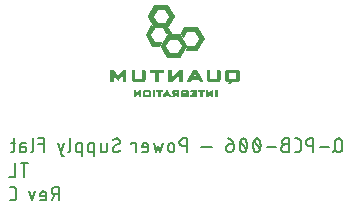
<source format=gbo>
G04 EAGLE Gerber RS-274X export*
G75*
%MOMM*%
%FSLAX34Y34*%
%LPD*%
%INSilkscreen Bottom*%
%IPPOS*%
%AMOC8*
5,1,8,0,0,1.08239X$1,22.5*%
G01*
%ADD10C,0.127000*%

G36*
X174625Y171096D02*
X174625Y171096D01*
X174691Y171101D01*
X174721Y171116D01*
X174754Y171123D01*
X174771Y171134D01*
X174793Y171128D01*
X174822Y171111D01*
X174909Y171096D01*
X174952Y171084D01*
X174967Y171086D01*
X174986Y171083D01*
X178689Y171083D01*
X178740Y171094D01*
X178793Y171094D01*
X178846Y171115D01*
X178884Y171123D01*
X178909Y171140D01*
X178947Y171155D01*
X179340Y171392D01*
X179371Y171421D01*
X179408Y171441D01*
X179454Y171497D01*
X179486Y171527D01*
X179495Y171547D01*
X179514Y171570D01*
X184804Y180733D01*
X184815Y180764D01*
X184833Y180791D01*
X184846Y180858D01*
X184867Y180922D01*
X184865Y180954D01*
X184871Y180986D01*
X184855Y181076D01*
X184852Y181120D01*
X184845Y181133D01*
X184842Y181150D01*
X184679Y181608D01*
X184660Y181640D01*
X184641Y181690D01*
X179351Y190854D01*
X179300Y190912D01*
X179254Y190975D01*
X179235Y190986D01*
X179220Y191003D01*
X179150Y191037D01*
X179083Y191076D01*
X179058Y191080D01*
X179040Y191089D01*
X178995Y191091D01*
X178919Y191104D01*
X168338Y191104D01*
X168296Y191095D01*
X168226Y191091D01*
X167760Y190984D01*
X167739Y190975D01*
X167716Y190972D01*
X167649Y190934D01*
X167578Y190902D01*
X167563Y190885D01*
X167543Y190874D01*
X167465Y190779D01*
X167444Y190755D01*
X167442Y190750D01*
X167438Y190745D01*
X162182Y181563D01*
X162175Y181542D01*
X162162Y181524D01*
X162128Y181402D01*
X162119Y181374D01*
X162119Y181369D01*
X162118Y181364D01*
X162073Y180905D01*
X162080Y180833D01*
X162080Y180761D01*
X162091Y180731D01*
X162093Y180707D01*
X162114Y180670D01*
X162138Y180605D01*
X162937Y179234D01*
X162951Y179218D01*
X162963Y179194D01*
X163118Y178978D01*
X163144Y178909D01*
X163154Y178865D01*
X163156Y178863D01*
X163157Y178861D01*
X163167Y178847D01*
X163176Y178824D01*
X167414Y171551D01*
X167449Y171512D01*
X167475Y171468D01*
X167521Y171432D01*
X167547Y171402D01*
X167574Y171390D01*
X167605Y171365D01*
X168005Y171145D01*
X168045Y171132D01*
X168082Y171111D01*
X168153Y171099D01*
X168195Y171086D01*
X168217Y171088D01*
X168246Y171083D01*
X174559Y171083D01*
X174625Y171096D01*
G37*
G36*
X171102Y191236D02*
X171102Y191236D01*
X171140Y191243D01*
X171178Y191242D01*
X171236Y191263D01*
X171297Y191276D01*
X171328Y191298D01*
X171364Y191311D01*
X171410Y191353D01*
X171460Y191389D01*
X171481Y191421D01*
X171509Y191447D01*
X171534Y191504D01*
X171567Y191556D01*
X171573Y191594D01*
X171589Y191629D01*
X171590Y191691D01*
X171600Y191752D01*
X171591Y191790D01*
X171591Y191828D01*
X171564Y191902D01*
X171554Y191946D01*
X171542Y191961D01*
X171534Y191984D01*
X166732Y200315D01*
X166680Y200373D01*
X166634Y200436D01*
X166615Y200447D01*
X166600Y200464D01*
X166530Y200498D01*
X166463Y200537D01*
X166439Y200541D01*
X166421Y200550D01*
X166376Y200552D01*
X166299Y200565D01*
X159449Y200562D01*
X156173Y206247D01*
X159449Y211918D01*
X166006Y211918D01*
X169287Y206241D01*
X166521Y201452D01*
X166515Y201433D01*
X166508Y201414D01*
X166494Y201393D01*
X166490Y201368D01*
X166464Y201302D01*
X166456Y201261D01*
X166456Y201165D01*
X166455Y201069D01*
X166456Y201065D01*
X166456Y201063D01*
X166465Y201043D01*
X166513Y200913D01*
X168426Y197599D01*
X168452Y197570D01*
X168470Y197535D01*
X168517Y197496D01*
X168558Y197450D01*
X168593Y197433D01*
X168623Y197408D01*
X168682Y197391D01*
X168737Y197364D01*
X168777Y197363D01*
X168814Y197351D01*
X168875Y197358D01*
X168936Y197355D01*
X168973Y197369D01*
X169012Y197373D01*
X169065Y197403D01*
X169122Y197425D01*
X169151Y197452D01*
X169185Y197471D01*
X169234Y197531D01*
X169267Y197561D01*
X169275Y197580D01*
X169291Y197599D01*
X174122Y205966D01*
X174126Y205977D01*
X174133Y205985D01*
X174142Y206014D01*
X174150Y206026D01*
X174154Y206052D01*
X174184Y206144D01*
X174190Y206184D01*
X174185Y206267D01*
X174186Y206350D01*
X174180Y206368D01*
X174179Y206383D01*
X174159Y206423D01*
X174128Y206506D01*
X168636Y215995D01*
X168585Y216053D01*
X168539Y216115D01*
X168519Y216127D01*
X168504Y216144D01*
X168434Y216177D01*
X168368Y216217D01*
X168343Y216221D01*
X168325Y216229D01*
X168280Y216231D01*
X168204Y216244D01*
X157237Y216240D01*
X157162Y216224D01*
X157085Y216216D01*
X157065Y216204D01*
X157043Y216200D01*
X156979Y216156D01*
X156911Y216118D01*
X156895Y216099D01*
X156879Y216087D01*
X156855Y216050D01*
X156805Y215990D01*
X151345Y206530D01*
X151334Y206496D01*
X151290Y206389D01*
X151281Y206349D01*
X151281Y206347D01*
X151281Y206346D01*
X151279Y206248D01*
X151278Y206150D01*
X151278Y206148D01*
X151278Y206147D01*
X151336Y205991D01*
X156820Y196491D01*
X156875Y196430D01*
X156925Y196364D01*
X156942Y196354D01*
X156952Y196342D01*
X156992Y196323D01*
X157067Y196277D01*
X157105Y196262D01*
X157116Y196260D01*
X157126Y196254D01*
X157290Y196226D01*
X164093Y196220D01*
X166819Y191497D01*
X166854Y191457D01*
X166882Y191411D01*
X166925Y191377D01*
X166950Y191348D01*
X166979Y191335D01*
X167013Y191308D01*
X167048Y191289D01*
X167088Y191277D01*
X167124Y191256D01*
X167196Y191243D01*
X167238Y191231D01*
X167260Y191233D01*
X167288Y191228D01*
X171102Y191236D01*
G37*
G36*
X193478Y177297D02*
X193478Y177297D01*
X193554Y177312D01*
X193631Y177321D01*
X193651Y177332D01*
X193673Y177337D01*
X193737Y177380D01*
X193804Y177418D01*
X193820Y177438D01*
X193837Y177449D01*
X193861Y177487D01*
X193910Y177547D01*
X199393Y187042D01*
X199405Y187076D01*
X199419Y187099D01*
X199424Y187130D01*
X199449Y187186D01*
X199449Y187208D01*
X199456Y187230D01*
X199452Y187291D01*
X199452Y187295D01*
X199451Y187301D01*
X199450Y187307D01*
X199451Y187385D01*
X199442Y187408D01*
X199441Y187428D01*
X199420Y187468D01*
X199393Y187541D01*
X193917Y197036D01*
X193865Y197095D01*
X193819Y197158D01*
X193798Y197171D01*
X193786Y197185D01*
X193745Y197205D01*
X193678Y197247D01*
X193641Y197263D01*
X193625Y197266D01*
X193611Y197274D01*
X193447Y197302D01*
X182529Y197302D01*
X182524Y197301D01*
X182519Y197302D01*
X182355Y197270D01*
X182317Y197256D01*
X182242Y197209D01*
X182165Y197166D01*
X182157Y197156D01*
X182148Y197151D01*
X182124Y197117D01*
X182120Y197113D01*
X182118Y197111D01*
X182115Y197106D01*
X182059Y197038D01*
X179142Y191987D01*
X179142Y191985D01*
X179140Y191984D01*
X179128Y191951D01*
X179128Y191950D01*
X179084Y191828D01*
X179076Y191787D01*
X179078Y191696D01*
X179077Y191604D01*
X179080Y191596D01*
X179080Y191588D01*
X179095Y191555D01*
X179135Y191448D01*
X181047Y188134D01*
X181073Y188105D01*
X181091Y188070D01*
X181138Y188031D01*
X181179Y187985D01*
X181214Y187968D01*
X181244Y187943D01*
X181303Y187926D01*
X181358Y187899D01*
X181397Y187898D01*
X181435Y187886D01*
X181496Y187893D01*
X181557Y187890D01*
X181594Y187904D01*
X181632Y187908D01*
X181686Y187938D01*
X181743Y187960D01*
X181772Y187987D01*
X181806Y188006D01*
X181855Y188066D01*
X181888Y188096D01*
X181896Y188115D01*
X181912Y188134D01*
X184710Y192974D01*
X191264Y192974D01*
X194540Y187286D01*
X191265Y181619D01*
X185751Y181619D01*
X185681Y181605D01*
X185610Y181599D01*
X185581Y181585D01*
X185556Y181579D01*
X185521Y181555D01*
X185461Y181526D01*
X185428Y181503D01*
X185411Y181485D01*
X185390Y181473D01*
X185316Y181383D01*
X185292Y181357D01*
X185290Y181351D01*
X185284Y181345D01*
X183389Y178041D01*
X183377Y178004D01*
X183356Y177972D01*
X183346Y177911D01*
X183326Y177852D01*
X183329Y177814D01*
X183323Y177776D01*
X183337Y177715D01*
X183342Y177654D01*
X183360Y177620D01*
X183369Y177582D01*
X183406Y177532D01*
X183434Y177478D01*
X183464Y177453D01*
X183487Y177422D01*
X183540Y177391D01*
X183588Y177351D01*
X183625Y177340D01*
X183658Y177321D01*
X183736Y177308D01*
X183779Y177295D01*
X183798Y177297D01*
X183822Y177293D01*
X193478Y177297D01*
G37*
G36*
X220822Y149040D02*
X220822Y149040D01*
X220840Y149038D01*
X220919Y149060D01*
X220999Y149076D01*
X221014Y149087D01*
X221032Y149092D01*
X221150Y149180D01*
X221162Y149189D01*
X221163Y149190D01*
X221165Y149191D01*
X222651Y150750D01*
X226660Y150764D01*
X226679Y150768D01*
X226702Y150766D01*
X227228Y150812D01*
X227256Y150820D01*
X227294Y150822D01*
X227809Y150938D01*
X227850Y150956D01*
X227926Y150980D01*
X228395Y151218D01*
X228415Y151234D01*
X228439Y151244D01*
X228521Y151318D01*
X228551Y151342D01*
X228555Y151349D01*
X228562Y151356D01*
X228885Y151768D01*
X228886Y151771D01*
X228888Y151773D01*
X228966Y151920D01*
X229130Y152421D01*
X229134Y152459D01*
X229150Y152510D01*
X229220Y153034D01*
X229219Y153057D01*
X229225Y153086D01*
X229239Y153614D01*
X229238Y153621D01*
X229239Y153629D01*
X229229Y158914D01*
X229224Y158939D01*
X229225Y158973D01*
X229162Y159497D01*
X229151Y159531D01*
X229145Y159581D01*
X228993Y160086D01*
X228987Y160098D01*
X228921Y160233D01*
X228616Y160659D01*
X228595Y160678D01*
X228581Y160702D01*
X228501Y160766D01*
X228470Y160795D01*
X228461Y160798D01*
X228451Y160806D01*
X227991Y161060D01*
X227948Y161073D01*
X227868Y161107D01*
X227356Y161233D01*
X227325Y161234D01*
X227286Y161245D01*
X226760Y161297D01*
X226739Y161295D01*
X226712Y161299D01*
X221956Y161307D01*
X221955Y161307D01*
X219295Y161307D01*
X219286Y161305D01*
X219274Y161307D01*
X218742Y161283D01*
X218720Y161278D01*
X218689Y161278D01*
X218164Y161199D01*
X218128Y161185D01*
X218073Y161176D01*
X217573Y161000D01*
X217568Y160998D01*
X217567Y160997D01*
X217566Y160997D01*
X217559Y160996D01*
X217416Y160911D01*
X217013Y160571D01*
X216999Y160553D01*
X216979Y160539D01*
X216912Y160443D01*
X216890Y160415D01*
X216888Y160409D01*
X216884Y160403D01*
X216658Y159924D01*
X216647Y159881D01*
X216620Y159810D01*
X216515Y159289D01*
X216515Y159260D01*
X216506Y159223D01*
X216471Y158692D01*
X216473Y158678D01*
X216470Y158660D01*
X216469Y155468D01*
X216478Y155424D01*
X216485Y155342D01*
X216551Y155090D01*
X216477Y154690D01*
X216478Y154653D01*
X216469Y154600D01*
X216469Y153543D01*
X216471Y153534D01*
X216469Y153523D01*
X216491Y152995D01*
X216497Y152970D01*
X216496Y152937D01*
X216578Y152415D01*
X216593Y152377D01*
X216604Y152318D01*
X216789Y151825D01*
X216795Y151814D01*
X216798Y151803D01*
X216888Y151663D01*
X217241Y151277D01*
X217257Y151265D01*
X217269Y151249D01*
X217383Y151173D01*
X217401Y151160D01*
X217404Y151159D01*
X217408Y151157D01*
X217889Y150944D01*
X217931Y150935D01*
X217994Y150911D01*
X218512Y150809D01*
X218539Y150809D01*
X218573Y150801D01*
X219100Y150763D01*
X219116Y150765D01*
X219135Y150761D01*
X219564Y150760D01*
X219066Y149758D01*
X219060Y149735D01*
X219047Y149715D01*
X219034Y149640D01*
X219015Y149566D01*
X219018Y149543D01*
X219014Y149519D01*
X219032Y149445D01*
X219043Y149369D01*
X219055Y149349D01*
X219060Y149326D01*
X219105Y149264D01*
X219145Y149199D01*
X219164Y149185D01*
X219178Y149166D01*
X219244Y149127D01*
X219306Y149082D01*
X219329Y149076D01*
X219349Y149064D01*
X219466Y149045D01*
X219500Y149037D01*
X219506Y149038D01*
X219513Y149037D01*
X220804Y149037D01*
X220822Y149040D01*
G37*
%LPC*%
G36*
X174515Y175377D02*
X174515Y175377D01*
X174506Y175378D01*
X174500Y175382D01*
X174463Y175385D01*
X174351Y175404D01*
X170277Y175404D01*
X170115Y175499D01*
X168079Y179031D01*
X168075Y179036D01*
X168073Y179042D01*
X167964Y179168D01*
X167828Y179280D01*
X167752Y179565D01*
X167732Y179605D01*
X167702Y179686D01*
X166962Y180971D01*
X166941Y181163D01*
X170169Y186749D01*
X170393Y186767D01*
X176609Y186767D01*
X176782Y186685D01*
X180005Y181097D01*
X179900Y180892D01*
X176794Y175508D01*
X176633Y175404D01*
X174664Y175404D01*
X174573Y175386D01*
X174516Y175376D01*
X174515Y175377D01*
G37*
%LPD*%
G36*
X161248Y180559D02*
X161248Y180559D01*
X161325Y180568D01*
X161345Y180579D01*
X161367Y180583D01*
X161431Y180627D01*
X161499Y180665D01*
X161515Y180684D01*
X161531Y180696D01*
X161555Y180733D01*
X161605Y180793D01*
X163516Y184109D01*
X163528Y184144D01*
X163548Y184175D01*
X163559Y184238D01*
X163579Y184298D01*
X163576Y184334D01*
X163583Y184371D01*
X163568Y184433D01*
X163563Y184496D01*
X163547Y184529D01*
X163538Y184564D01*
X163501Y184616D01*
X163472Y184673D01*
X163443Y184696D01*
X163422Y184726D01*
X163353Y184771D01*
X163318Y184799D01*
X163301Y184804D01*
X163283Y184816D01*
X163256Y184828D01*
X163237Y184832D01*
X163221Y184842D01*
X163079Y184866D01*
X163061Y184869D01*
X163059Y184869D01*
X163057Y184869D01*
X157531Y184869D01*
X154254Y190547D01*
X157041Y195375D01*
X157066Y195449D01*
X157097Y195519D01*
X157097Y195542D01*
X157105Y195564D01*
X157099Y195641D01*
X157100Y195718D01*
X157091Y195742D01*
X157089Y195762D01*
X157069Y195802D01*
X157042Y195874D01*
X155136Y199189D01*
X155129Y199197D01*
X155125Y199206D01*
X155064Y199271D01*
X155004Y199338D01*
X154995Y199343D01*
X154988Y199350D01*
X154906Y199385D01*
X154825Y199424D01*
X154815Y199425D01*
X154805Y199429D01*
X154734Y199431D01*
X154724Y199434D01*
X154708Y199432D01*
X154639Y199435D01*
X154615Y199432D01*
X154572Y199417D01*
X154527Y199412D01*
X154479Y199385D01*
X154427Y199368D01*
X154393Y199337D01*
X154353Y199315D01*
X154311Y199263D01*
X154279Y199235D01*
X154268Y199212D01*
X154247Y199186D01*
X149417Y190819D01*
X149407Y190790D01*
X149390Y190765D01*
X149368Y190671D01*
X149354Y190630D01*
X149355Y190618D01*
X149351Y190603D01*
X149349Y190563D01*
X149352Y190537D01*
X149348Y190512D01*
X149357Y190475D01*
X149356Y190435D01*
X149371Y190396D01*
X149375Y190366D01*
X149388Y190344D01*
X149394Y190319D01*
X149406Y190303D01*
X149414Y190279D01*
X154874Y180820D01*
X154878Y180816D01*
X154979Y180693D01*
X155010Y180666D01*
X155093Y180619D01*
X155174Y180571D01*
X155179Y180570D01*
X155184Y180568D01*
X155213Y180565D01*
X155338Y180544D01*
X161172Y180544D01*
X161248Y180559D01*
G37*
G36*
X121857Y150755D02*
X121857Y150755D01*
X121866Y150753D01*
X121954Y150775D01*
X122043Y150793D01*
X122051Y150798D01*
X122060Y150800D01*
X122197Y150895D01*
X122464Y151155D01*
X122473Y151168D01*
X122486Y151178D01*
X122529Y151250D01*
X122576Y151319D01*
X122579Y151335D01*
X122587Y151349D01*
X122615Y151513D01*
X122615Y156317D01*
X125750Y152151D01*
X125772Y152132D01*
X125788Y152107D01*
X125846Y152066D01*
X125899Y152019D01*
X125927Y152010D01*
X125951Y151993D01*
X126047Y151970D01*
X126088Y151956D01*
X126099Y151957D01*
X126112Y151954D01*
X126607Y151917D01*
X126673Y151925D01*
X126739Y151925D01*
X126771Y151938D01*
X126805Y151942D01*
X126862Y151976D01*
X126923Y152001D01*
X126951Y152028D01*
X126977Y152042D01*
X127000Y152074D01*
X127044Y152116D01*
X130243Y156385D01*
X130243Y151567D01*
X130256Y151503D01*
X130260Y151438D01*
X130277Y151401D01*
X130283Y151372D01*
X130305Y151339D01*
X130329Y151286D01*
X130543Y150972D01*
X130585Y150930D01*
X130621Y150882D01*
X130656Y150862D01*
X130685Y150833D01*
X130740Y150811D01*
X130792Y150781D01*
X130838Y150773D01*
X130870Y150761D01*
X130906Y150762D01*
X130956Y150753D01*
X132539Y150753D01*
X132547Y150755D01*
X132556Y150753D01*
X132644Y150774D01*
X132734Y150793D01*
X132741Y150797D01*
X132749Y150799D01*
X132822Y150853D01*
X132898Y150905D01*
X132902Y150912D01*
X132909Y150917D01*
X132956Y150996D01*
X133005Y151073D01*
X133006Y151081D01*
X133011Y151088D01*
X133038Y151252D01*
X133038Y160752D01*
X133038Y160754D01*
X133038Y160755D01*
X133037Y160760D01*
X133022Y160831D01*
X133012Y160911D01*
X133003Y160928D01*
X132999Y160947D01*
X132953Y161014D01*
X132913Y161083D01*
X132897Y161095D01*
X132886Y161111D01*
X132818Y161154D01*
X132754Y161203D01*
X132733Y161209D01*
X132719Y161218D01*
X132674Y161226D01*
X132594Y161249D01*
X132119Y161301D01*
X132095Y161299D01*
X132064Y161305D01*
X131009Y161305D01*
X130980Y161299D01*
X130951Y161301D01*
X130855Y161273D01*
X130814Y161265D01*
X130804Y161259D01*
X130791Y161255D01*
X130364Y161048D01*
X130339Y161029D01*
X130310Y161018D01*
X130241Y160955D01*
X130206Y160928D01*
X130200Y160916D01*
X130188Y160906D01*
X126248Y155846D01*
X122280Y161046D01*
X122268Y161056D01*
X122261Y161070D01*
X122237Y161088D01*
X122222Y161108D01*
X122182Y161132D01*
X122130Y161177D01*
X122116Y161182D01*
X122104Y161191D01*
X122060Y161204D01*
X122051Y161210D01*
X122031Y161213D01*
X121944Y161239D01*
X121941Y161239D01*
X121447Y161301D01*
X121420Y161299D01*
X121386Y161305D01*
X120330Y161305D01*
X120323Y161303D01*
X120317Y161304D01*
X120227Y161284D01*
X120135Y161265D01*
X120130Y161261D01*
X120123Y161260D01*
X119985Y161166D01*
X119715Y160909D01*
X119705Y160893D01*
X119690Y160883D01*
X119648Y160813D01*
X119602Y160745D01*
X119598Y160727D01*
X119588Y160712D01*
X119564Y160564D01*
X119561Y160551D01*
X119561Y160549D01*
X119561Y160547D01*
X119561Y151575D01*
X119572Y151519D01*
X119574Y151461D01*
X119593Y151415D01*
X119600Y151380D01*
X119620Y151352D01*
X119639Y151308D01*
X119843Y150985D01*
X119890Y150936D01*
X119930Y150882D01*
X119958Y150865D01*
X119981Y150842D01*
X120043Y150815D01*
X120101Y150781D01*
X120138Y150775D01*
X120164Y150763D01*
X120205Y150763D01*
X120265Y150753D01*
X121848Y150753D01*
X121857Y150755D01*
G37*
G36*
X170568Y150761D02*
X170568Y150761D01*
X170608Y150759D01*
X170680Y150784D01*
X170724Y150793D01*
X170741Y150804D01*
X170766Y150813D01*
X171210Y151051D01*
X171242Y151077D01*
X171295Y151109D01*
X177801Y156583D01*
X177802Y156584D01*
X177803Y156585D01*
X177917Y156681D01*
X177912Y151381D01*
X177918Y151350D01*
X177916Y151318D01*
X177938Y151253D01*
X177951Y151186D01*
X177969Y151160D01*
X177980Y151129D01*
X178025Y151078D01*
X178064Y151022D01*
X178091Y151005D01*
X178112Y150981D01*
X178194Y150939D01*
X178231Y150915D01*
X178245Y150913D01*
X178260Y150905D01*
X178663Y150777D01*
X178697Y150773D01*
X178814Y150753D01*
X180409Y150753D01*
X180417Y150755D01*
X180425Y150753D01*
X180514Y150774D01*
X180603Y150793D01*
X180610Y150797D01*
X180619Y150799D01*
X180691Y150853D01*
X180767Y150905D01*
X180772Y150912D01*
X180779Y150917D01*
X180825Y150996D01*
X180874Y151073D01*
X180876Y151081D01*
X180880Y151088D01*
X180908Y151252D01*
X180908Y160286D01*
X180907Y160292D01*
X180908Y160298D01*
X180895Y160817D01*
X180895Y160820D01*
X180895Y160822D01*
X180873Y160916D01*
X180851Y161011D01*
X180850Y161013D01*
X180849Y161015D01*
X180792Y161092D01*
X180735Y161172D01*
X180733Y161174D01*
X180731Y161175D01*
X180649Y161224D01*
X180564Y161275D01*
X180562Y161276D01*
X180560Y161277D01*
X180396Y161305D01*
X179333Y161305D01*
X179309Y161299D01*
X179276Y161301D01*
X178766Y161242D01*
X178707Y161223D01*
X178646Y161213D01*
X178622Y161198D01*
X178619Y161198D01*
X178610Y161192D01*
X178608Y161190D01*
X178577Y161180D01*
X178549Y161156D01*
X178503Y161129D01*
X171654Y155391D01*
X171666Y155616D01*
X171665Y155628D01*
X171667Y155643D01*
X171670Y160426D01*
X171668Y160438D01*
X171669Y160450D01*
X171634Y160613D01*
X171481Y160992D01*
X171474Y161003D01*
X171471Y161015D01*
X171420Y161085D01*
X171372Y161158D01*
X171361Y161165D01*
X171353Y161175D01*
X171279Y161220D01*
X171206Y161268D01*
X171193Y161270D01*
X171182Y161277D01*
X171018Y161305D01*
X169424Y161305D01*
X169398Y161299D01*
X169371Y161302D01*
X169301Y161280D01*
X169229Y161265D01*
X169207Y161250D01*
X169181Y161242D01*
X169098Y161175D01*
X169065Y161152D01*
X169060Y161145D01*
X169052Y161138D01*
X168801Y160857D01*
X168751Y160772D01*
X168702Y160689D01*
X168701Y160687D01*
X168701Y160685D01*
X168699Y160671D01*
X168674Y160525D01*
X168674Y151491D01*
X168682Y151453D01*
X168680Y151415D01*
X168701Y151357D01*
X168714Y151296D01*
X168735Y151264D01*
X168749Y151228D01*
X168801Y151169D01*
X168826Y151132D01*
X168842Y151121D01*
X168859Y151103D01*
X169152Y150865D01*
X169228Y150825D01*
X169302Y150781D01*
X169317Y150778D01*
X169328Y150773D01*
X169371Y150769D01*
X169467Y150753D01*
X170529Y150753D01*
X170568Y150761D01*
G37*
G36*
X146594Y150761D02*
X146594Y150761D01*
X146609Y150760D01*
X147139Y150790D01*
X147163Y150796D01*
X147196Y150796D01*
X147718Y150886D01*
X147756Y150901D01*
X147816Y150914D01*
X148308Y151108D01*
X148320Y151116D01*
X148334Y151119D01*
X148472Y151213D01*
X148849Y151578D01*
X148860Y151593D01*
X148874Y151604D01*
X148955Y151732D01*
X148962Y151742D01*
X148962Y151743D01*
X148963Y151744D01*
X149167Y152232D01*
X149175Y152274D01*
X149198Y152337D01*
X149291Y152858D01*
X149290Y152885D01*
X149298Y152919D01*
X149327Y153449D01*
X149325Y153461D01*
X149327Y153476D01*
X149328Y160372D01*
X149319Y160414D01*
X149316Y160481D01*
X149218Y160914D01*
X149197Y160963D01*
X149184Y161015D01*
X149156Y161053D01*
X149137Y161096D01*
X149098Y161132D01*
X149066Y161175D01*
X149026Y161199D01*
X148992Y161231D01*
X148941Y161250D01*
X148895Y161277D01*
X148841Y161286D01*
X148805Y161299D01*
X148773Y161297D01*
X148731Y161305D01*
X146609Y161305D01*
X146601Y161303D01*
X146593Y161304D01*
X146504Y161283D01*
X146414Y161265D01*
X146408Y161260D01*
X146399Y161258D01*
X146326Y161204D01*
X146251Y161152D01*
X146246Y161145D01*
X146239Y161140D01*
X146193Y161062D01*
X146144Y160985D01*
X146142Y160977D01*
X146138Y160969D01*
X146110Y160805D01*
X146110Y153553D01*
X140780Y153553D01*
X140780Y160724D01*
X140768Y160786D01*
X140764Y160849D01*
X140748Y160882D01*
X140741Y160919D01*
X140705Y160971D01*
X140677Y161028D01*
X140649Y161052D01*
X140628Y161083D01*
X140575Y161117D01*
X140527Y161158D01*
X140487Y161173D01*
X140461Y161190D01*
X140423Y161196D01*
X140370Y161215D01*
X139921Y161296D01*
X139884Y161296D01*
X139832Y161305D01*
X138241Y161305D01*
X138158Y161288D01*
X138074Y161276D01*
X138061Y161268D01*
X138046Y161265D01*
X137976Y161217D01*
X137903Y161173D01*
X137893Y161160D01*
X137882Y161152D01*
X137858Y161115D01*
X137801Y161042D01*
X137616Y160697D01*
X137604Y160659D01*
X137584Y160624D01*
X137571Y160549D01*
X137558Y160507D01*
X137560Y160486D01*
X137556Y160460D01*
X137556Y153564D01*
X137558Y153556D01*
X137556Y153546D01*
X137576Y153016D01*
X137581Y152992D01*
X137581Y152959D01*
X137661Y152435D01*
X137675Y152397D01*
X137686Y152339D01*
X137868Y151842D01*
X137873Y151833D01*
X137875Y151823D01*
X137963Y151682D01*
X138313Y151289D01*
X138330Y151277D01*
X138342Y151259D01*
X138450Y151187D01*
X138472Y151170D01*
X138476Y151169D01*
X138480Y151167D01*
X138961Y150949D01*
X139004Y150939D01*
X139068Y150914D01*
X139588Y150810D01*
X139615Y150810D01*
X139650Y150801D01*
X140179Y150762D01*
X140195Y150764D01*
X140215Y150761D01*
X146581Y150759D01*
X146594Y150761D01*
G37*
G36*
X210043Y150761D02*
X210043Y150761D01*
X210059Y150760D01*
X210589Y150790D01*
X210613Y150796D01*
X210646Y150796D01*
X211168Y150887D01*
X211206Y150902D01*
X211266Y150915D01*
X211758Y151109D01*
X211769Y151116D01*
X211782Y151119D01*
X211920Y151213D01*
X212299Y151576D01*
X212309Y151592D01*
X212324Y151603D01*
X212405Y151729D01*
X212412Y151740D01*
X212412Y151741D01*
X212413Y151743D01*
X212619Y152230D01*
X212627Y152272D01*
X212650Y152337D01*
X212743Y152859D01*
X212742Y152886D01*
X212750Y152920D01*
X212777Y153450D01*
X212775Y153461D01*
X212777Y153475D01*
X212777Y160372D01*
X212769Y160414D01*
X212765Y160481D01*
X212668Y160914D01*
X212646Y160963D01*
X212634Y161015D01*
X212606Y161053D01*
X212587Y161096D01*
X212548Y161132D01*
X212516Y161175D01*
X212476Y161199D01*
X212441Y161231D01*
X212391Y161250D01*
X212345Y161277D01*
X212290Y161286D01*
X212254Y161299D01*
X212223Y161297D01*
X212181Y161305D01*
X210059Y161305D01*
X210051Y161303D01*
X210043Y161304D01*
X209954Y161283D01*
X209864Y161265D01*
X209857Y161260D01*
X209849Y161258D01*
X209776Y161204D01*
X209700Y161152D01*
X209696Y161145D01*
X209689Y161140D01*
X209643Y161062D01*
X209593Y160985D01*
X209592Y160977D01*
X209588Y160969D01*
X209560Y160805D01*
X209560Y153553D01*
X204225Y153553D01*
X204225Y160720D01*
X204213Y160780D01*
X204211Y160841D01*
X204194Y160876D01*
X204186Y160915D01*
X204151Y160965D01*
X204125Y161020D01*
X204096Y161046D01*
X204073Y161079D01*
X204022Y161112D01*
X203976Y161152D01*
X203934Y161168D01*
X203906Y161186D01*
X203869Y161192D01*
X203820Y161210D01*
X203375Y161296D01*
X203336Y161295D01*
X203281Y161305D01*
X201690Y161305D01*
X201606Y161287D01*
X201521Y161275D01*
X201509Y161268D01*
X201495Y161265D01*
X201424Y161217D01*
X201351Y161172D01*
X201341Y161160D01*
X201331Y161152D01*
X201307Y161116D01*
X201249Y161041D01*
X201064Y160695D01*
X201053Y160657D01*
X201033Y160624D01*
X201020Y160547D01*
X201008Y160504D01*
X201010Y160484D01*
X201006Y160459D01*
X201006Y153563D01*
X201007Y153555D01*
X201006Y153545D01*
X201025Y153015D01*
X201031Y152990D01*
X201030Y152958D01*
X201110Y152434D01*
X201124Y152396D01*
X201135Y152338D01*
X201316Y151841D01*
X201322Y151831D01*
X201324Y151821D01*
X201412Y151680D01*
X201762Y151288D01*
X201779Y151275D01*
X201791Y151258D01*
X201899Y151185D01*
X201921Y151169D01*
X201925Y151168D01*
X201929Y151165D01*
X202411Y150948D01*
X202453Y150939D01*
X202518Y150914D01*
X203037Y150809D01*
X203065Y150809D01*
X203099Y150801D01*
X203628Y150762D01*
X203644Y150764D01*
X203665Y150761D01*
X210031Y150759D01*
X210043Y150761D01*
G37*
G36*
X186911Y150754D02*
X186911Y150754D01*
X187071Y150781D01*
X187512Y150934D01*
X187603Y150988D01*
X187683Y151035D01*
X187786Y151166D01*
X188689Y152818D01*
X188893Y152852D01*
X194049Y152852D01*
X194210Y152773D01*
X195129Y151037D01*
X195178Y150977D01*
X195222Y150912D01*
X195241Y150900D01*
X195255Y150883D01*
X195324Y150847D01*
X195390Y150805D01*
X195414Y150800D01*
X195431Y150791D01*
X195476Y150788D01*
X195553Y150772D01*
X196074Y150754D01*
X196081Y150755D01*
X196091Y150754D01*
X197685Y150754D01*
X197751Y150767D01*
X197818Y150772D01*
X197848Y150787D01*
X197880Y150793D01*
X197935Y150832D01*
X197996Y150862D01*
X198017Y150887D01*
X198044Y150906D01*
X198080Y150963D01*
X198123Y151015D01*
X198133Y151046D01*
X198151Y151073D01*
X198162Y151140D01*
X198182Y151205D01*
X198179Y151242D01*
X198184Y151269D01*
X198174Y151309D01*
X198170Y151371D01*
X198082Y151731D01*
X198064Y151771D01*
X198032Y151860D01*
X195151Y156946D01*
X193069Y160619D01*
X193061Y160628D01*
X193054Y160643D01*
X192777Y161073D01*
X192732Y161120D01*
X192693Y161173D01*
X192663Y161191D01*
X192639Y161215D01*
X192578Y161241D01*
X192522Y161274D01*
X192483Y161281D01*
X192455Y161292D01*
X192415Y161292D01*
X192358Y161302D01*
X190247Y161302D01*
X190170Y161286D01*
X190093Y161278D01*
X190074Y161267D01*
X190052Y161262D01*
X189988Y161218D01*
X189920Y161180D01*
X189904Y161161D01*
X189888Y161150D01*
X189864Y161112D01*
X189814Y161051D01*
X187711Y157391D01*
X187709Y157384D01*
X187704Y157377D01*
X187467Y156935D01*
X187458Y156905D01*
X187442Y156879D01*
X187432Y156823D01*
X187269Y156612D01*
X187256Y156585D01*
X187231Y156555D01*
X184586Y151946D01*
X184584Y151940D01*
X184578Y151933D01*
X184341Y151488D01*
X184333Y151458D01*
X184316Y151432D01*
X184304Y151364D01*
X184285Y151297D01*
X184288Y151267D01*
X184283Y151236D01*
X184299Y151169D01*
X184307Y151100D01*
X184322Y151073D01*
X184329Y151043D01*
X184370Y150987D01*
X184404Y150926D01*
X184429Y150907D01*
X184447Y150883D01*
X184507Y150847D01*
X184562Y150805D01*
X184591Y150797D01*
X184618Y150781D01*
X184712Y150765D01*
X184754Y150754D01*
X184767Y150756D01*
X184782Y150754D01*
X186907Y150754D01*
X186911Y150754D01*
G37*
G36*
X160139Y150759D02*
X160139Y150759D01*
X160167Y150756D01*
X160236Y150778D01*
X160307Y150793D01*
X160330Y150808D01*
X160356Y150817D01*
X160437Y150882D01*
X160471Y150905D01*
X160476Y150914D01*
X160486Y150921D01*
X160508Y150946D01*
X160557Y151031D01*
X160605Y151113D01*
X160606Y151116D01*
X160607Y151118D01*
X160610Y151139D01*
X160633Y151277D01*
X160633Y158603D01*
X164496Y158603D01*
X164498Y158603D01*
X164500Y158603D01*
X164593Y158622D01*
X164691Y158642D01*
X164693Y158643D01*
X164695Y158644D01*
X164834Y158735D01*
X164859Y158757D01*
X164872Y158776D01*
X164891Y158789D01*
X164930Y158855D01*
X164975Y158918D01*
X164980Y158940D01*
X164992Y158960D01*
X165012Y159080D01*
X165020Y159112D01*
X165019Y159117D01*
X165020Y159124D01*
X165020Y160805D01*
X165018Y160814D01*
X165019Y160822D01*
X164998Y160911D01*
X164980Y161000D01*
X164975Y161007D01*
X164973Y161015D01*
X164919Y161089D01*
X164868Y161164D01*
X164860Y161169D01*
X164855Y161175D01*
X164777Y161222D01*
X164700Y161271D01*
X164692Y161273D01*
X164684Y161277D01*
X164520Y161305D01*
X153504Y161301D01*
X153496Y161299D01*
X153488Y161300D01*
X153400Y161279D01*
X153310Y161261D01*
X153303Y161256D01*
X153295Y161254D01*
X153221Y161200D01*
X153146Y161148D01*
X153141Y161141D01*
X153134Y161136D01*
X153088Y161058D01*
X153039Y160981D01*
X153037Y160973D01*
X153033Y160965D01*
X153005Y160801D01*
X153005Y159120D01*
X153018Y159058D01*
X153022Y158994D01*
X153038Y158961D01*
X153045Y158925D01*
X153081Y158873D01*
X153109Y158815D01*
X153140Y158787D01*
X153157Y158762D01*
X153190Y158741D01*
X153194Y158737D01*
X153198Y158732D01*
X153203Y158729D01*
X153231Y158702D01*
X153260Y158684D01*
X153310Y158664D01*
X153325Y158655D01*
X153329Y158654D01*
X153369Y158630D01*
X153414Y158623D01*
X153444Y158611D01*
X153481Y158611D01*
X153533Y158603D01*
X157411Y158603D01*
X157418Y151252D01*
X157420Y151244D01*
X157418Y151236D01*
X157439Y151147D01*
X157458Y151057D01*
X157462Y151050D01*
X157464Y151042D01*
X157518Y150969D01*
X157570Y150893D01*
X157577Y150889D01*
X157582Y150882D01*
X157661Y150836D01*
X157738Y150786D01*
X157746Y150785D01*
X157753Y150781D01*
X157917Y150753D01*
X160112Y150753D01*
X160139Y150759D01*
G37*
G36*
X150668Y138062D02*
X150668Y138062D01*
X150701Y138066D01*
X150814Y138046D01*
X152378Y138046D01*
X152397Y138050D01*
X152421Y138048D01*
X152939Y138093D01*
X152950Y138096D01*
X152962Y138095D01*
X153121Y138145D01*
X153578Y138375D01*
X153579Y138376D01*
X153581Y138377D01*
X153657Y138437D01*
X153734Y138498D01*
X153735Y138500D01*
X153736Y138501D01*
X153820Y138645D01*
X154002Y139127D01*
X154007Y139159D01*
X154034Y139277D01*
X154060Y139797D01*
X154058Y139809D01*
X154061Y139823D01*
X154058Y142430D01*
X154049Y142473D01*
X154045Y142544D01*
X153926Y143049D01*
X153893Y143120D01*
X153867Y143194D01*
X153851Y143212D01*
X153843Y143229D01*
X153810Y143259D01*
X153758Y143319D01*
X153367Y143642D01*
X153326Y143664D01*
X153289Y143695D01*
X153229Y143716D01*
X153192Y143735D01*
X153165Y143738D01*
X153132Y143749D01*
X152620Y143835D01*
X152585Y143834D01*
X152538Y143842D01*
X150974Y143846D01*
X150894Y143829D01*
X150887Y143829D01*
X150785Y143846D01*
X148659Y143841D01*
X148623Y143833D01*
X148570Y143833D01*
X148050Y143737D01*
X147991Y143714D01*
X147930Y143699D01*
X147895Y143675D01*
X147865Y143663D01*
X147838Y143636D01*
X147793Y143606D01*
X147422Y143248D01*
X147384Y143193D01*
X147339Y143143D01*
X147325Y143108D01*
X147309Y143084D01*
X147301Y143044D01*
X147279Y142987D01*
X147175Y142469D01*
X147175Y142429D01*
X147165Y142371D01*
X147161Y139713D01*
X147165Y139693D01*
X147163Y139668D01*
X147210Y139139D01*
X147217Y139116D01*
X147217Y139091D01*
X147257Y138985D01*
X147267Y138949D01*
X147272Y138943D01*
X147275Y138935D01*
X147535Y138485D01*
X147599Y138412D01*
X147663Y138339D01*
X147665Y138337D01*
X147666Y138336D01*
X147682Y138328D01*
X147810Y138261D01*
X148309Y138094D01*
X148353Y138089D01*
X148446Y138069D01*
X148976Y138047D01*
X148986Y138048D01*
X148997Y138046D01*
X150592Y138046D01*
X150668Y138062D01*
G37*
G36*
X184543Y138058D02*
X184543Y138058D01*
X184580Y138066D01*
X184635Y138067D01*
X185151Y138164D01*
X185214Y138190D01*
X185279Y138207D01*
X185309Y138229D01*
X185335Y138239D01*
X185364Y138268D01*
X185414Y138304D01*
X185772Y138668D01*
X185806Y138721D01*
X185849Y138769D01*
X185863Y138808D01*
X185880Y138834D01*
X185887Y138872D01*
X185887Y138873D01*
X185889Y138876D01*
X185890Y138879D01*
X185907Y138924D01*
X186005Y139440D01*
X186005Y139478D01*
X186014Y139533D01*
X186018Y142169D01*
X186014Y142187D01*
X186016Y142211D01*
X185972Y142735D01*
X185966Y142755D01*
X185967Y142776D01*
X185924Y142901D01*
X185916Y142926D01*
X185914Y142929D01*
X185913Y142933D01*
X185665Y143386D01*
X185601Y143462D01*
X185538Y143536D01*
X185538Y143537D01*
X185537Y143538D01*
X185529Y143541D01*
X185393Y143617D01*
X184901Y143790D01*
X184860Y143796D01*
X184759Y143818D01*
X184233Y143843D01*
X184222Y143842D01*
X184209Y143844D01*
X181046Y143844D01*
X181028Y143840D01*
X181005Y143842D01*
X180481Y143799D01*
X180473Y143796D01*
X180465Y143797D01*
X180305Y143751D01*
X179837Y143525D01*
X179761Y143467D01*
X179683Y143409D01*
X179681Y143407D01*
X179679Y143405D01*
X179668Y143385D01*
X179594Y143269D01*
X179393Y142790D01*
X179385Y142751D01*
X179368Y142715D01*
X179363Y142639D01*
X179354Y142595D01*
X179358Y142575D01*
X179356Y142549D01*
X179401Y142080D01*
X179414Y142038D01*
X179417Y141994D01*
X179443Y141944D01*
X179459Y141890D01*
X179488Y141856D01*
X179508Y141817D01*
X179551Y141781D01*
X179587Y141738D01*
X179626Y141718D01*
X179660Y141689D01*
X179726Y141667D01*
X179728Y141666D01*
X179497Y141442D01*
X179487Y141428D01*
X179473Y141417D01*
X179431Y141346D01*
X179384Y141278D01*
X179381Y141261D01*
X179372Y141246D01*
X179346Y141092D01*
X179345Y141084D01*
X179345Y141083D01*
X179345Y141082D01*
X179350Y139500D01*
X179358Y139461D01*
X179360Y139400D01*
X179467Y138887D01*
X179496Y138819D01*
X179518Y138749D01*
X179537Y138725D01*
X179546Y138704D01*
X179577Y138674D01*
X179622Y138618D01*
X180001Y138276D01*
X180049Y138247D01*
X180092Y138210D01*
X180141Y138193D01*
X180172Y138175D01*
X180205Y138170D01*
X180249Y138155D01*
X180767Y138064D01*
X180803Y138065D01*
X180853Y138057D01*
X184543Y138058D01*
G37*
G36*
X173154Y138045D02*
X173154Y138045D01*
X173172Y138042D01*
X173326Y138079D01*
X173332Y138081D01*
X173333Y138081D01*
X173787Y138275D01*
X173790Y138277D01*
X173794Y138278D01*
X173933Y138370D01*
X175405Y139752D01*
X175690Y139855D01*
X175877Y139855D01*
X175877Y139006D01*
X175883Y138977D01*
X175882Y138938D01*
X175946Y138472D01*
X175971Y138401D01*
X175989Y138328D01*
X176004Y138308D01*
X176012Y138285D01*
X176063Y138229D01*
X176108Y138169D01*
X176129Y138156D01*
X176146Y138138D01*
X176215Y138106D01*
X176279Y138068D01*
X176307Y138064D01*
X176327Y138055D01*
X176371Y138053D01*
X176443Y138041D01*
X176974Y138044D01*
X176987Y138047D01*
X177004Y138045D01*
X177504Y138077D01*
X177593Y138102D01*
X177682Y138123D01*
X177689Y138127D01*
X177696Y138129D01*
X177769Y138186D01*
X177842Y138241D01*
X177846Y138248D01*
X177852Y138252D01*
X177897Y138333D01*
X177944Y138412D01*
X177945Y138420D01*
X177948Y138426D01*
X177952Y138463D01*
X177971Y138576D01*
X177968Y143347D01*
X177966Y143355D01*
X177967Y143363D01*
X177946Y143452D01*
X177928Y143542D01*
X177923Y143548D01*
X177921Y143556D01*
X177867Y143630D01*
X177815Y143705D01*
X177808Y143710D01*
X177803Y143716D01*
X177725Y143763D01*
X177648Y143812D01*
X177639Y143814D01*
X177632Y143818D01*
X177468Y143846D01*
X174816Y143846D01*
X174815Y143845D01*
X174814Y143846D01*
X173196Y143840D01*
X173152Y143831D01*
X173068Y143822D01*
X172552Y143683D01*
X172490Y143653D01*
X172425Y143630D01*
X172398Y143607D01*
X172374Y143594D01*
X172347Y143563D01*
X172299Y143522D01*
X171960Y143118D01*
X171930Y143062D01*
X171892Y143012D01*
X171881Y142971D01*
X171865Y142943D01*
X171862Y142905D01*
X171847Y142852D01*
X171788Y142319D01*
X171789Y142307D01*
X171785Y142295D01*
X171803Y142130D01*
X171855Y141944D01*
X171829Y141909D01*
X171823Y141884D01*
X171811Y141863D01*
X171793Y141751D01*
X171785Y141715D01*
X171786Y141708D01*
X171784Y141699D01*
X171789Y141168D01*
X171818Y141004D01*
X171994Y140512D01*
X172038Y140440D01*
X172078Y140364D01*
X172090Y140353D01*
X172097Y140342D01*
X172133Y140316D01*
X172203Y140255D01*
X172648Y139982D01*
X172675Y139972D01*
X172698Y139955D01*
X172715Y139951D01*
X171649Y139077D01*
X171589Y139003D01*
X171528Y138931D01*
X171526Y138926D01*
X171523Y138922D01*
X171497Y138831D01*
X171469Y138741D01*
X171469Y138736D01*
X171468Y138731D01*
X171479Y138638D01*
X171489Y138543D01*
X171491Y138538D01*
X171491Y138534D01*
X171506Y138509D01*
X171564Y138394D01*
X171674Y138244D01*
X171711Y138211D01*
X171741Y138170D01*
X171784Y138145D01*
X171822Y138111D01*
X171869Y138094D01*
X171912Y138069D01*
X171971Y138059D01*
X172009Y138046D01*
X172038Y138047D01*
X172076Y138041D01*
X173137Y138041D01*
X173154Y138045D01*
G37*
%LPC*%
G36*
X219684Y153550D02*
X219684Y153550D01*
X219684Y154538D01*
X219684Y154542D01*
X219684Y154545D01*
X219683Y154550D01*
X219684Y154559D01*
X219667Y154966D01*
X219684Y155067D01*
X219684Y158598D01*
X221538Y158598D01*
X221582Y158607D01*
X221670Y158616D01*
X221964Y158697D01*
X222211Y158620D01*
X222249Y158617D01*
X222359Y158598D01*
X226019Y158598D01*
X226019Y153550D01*
X219684Y153550D01*
G37*
%LPD*%
G36*
X192453Y138049D02*
X192453Y138049D01*
X192461Y138048D01*
X192549Y138069D01*
X192639Y138087D01*
X192646Y138092D01*
X192654Y138094D01*
X192727Y138148D01*
X192803Y138200D01*
X192808Y138207D01*
X192814Y138212D01*
X192861Y138290D01*
X192910Y138367D01*
X192912Y138376D01*
X192916Y138383D01*
X192944Y138547D01*
X192944Y143273D01*
X192930Y143341D01*
X192924Y143410D01*
X192910Y143437D01*
X192904Y143468D01*
X192865Y143525D01*
X192833Y143586D01*
X192809Y143606D01*
X192791Y143632D01*
X192733Y143669D01*
X192680Y143713D01*
X192646Y143724D01*
X192624Y143739D01*
X192583Y143746D01*
X192522Y143766D01*
X192069Y143838D01*
X192036Y143836D01*
X191991Y143844D01*
X187790Y143844D01*
X187762Y143838D01*
X187734Y143841D01*
X187666Y143818D01*
X187595Y143804D01*
X187572Y143788D01*
X187545Y143779D01*
X187466Y143715D01*
X187431Y143692D01*
X187426Y143683D01*
X187415Y143675D01*
X187170Y143395D01*
X187121Y143312D01*
X187073Y143229D01*
X187072Y143226D01*
X187070Y143223D01*
X187068Y143200D01*
X187045Y143065D01*
X187045Y142540D01*
X187045Y142539D01*
X187045Y142538D01*
X187046Y142531D01*
X187045Y142524D01*
X187065Y142440D01*
X187084Y142345D01*
X187085Y142344D01*
X187090Y142337D01*
X187091Y142331D01*
X187138Y142268D01*
X187139Y142266D01*
X187197Y142181D01*
X187198Y142181D01*
X187198Y142180D01*
X187206Y142175D01*
X187209Y142171D01*
X187270Y142134D01*
X187280Y142129D01*
X187365Y142074D01*
X187366Y142074D01*
X187376Y142072D01*
X187380Y142069D01*
X187431Y142061D01*
X187530Y142041D01*
X188040Y142026D01*
X188046Y142028D01*
X188054Y142026D01*
X190830Y142026D01*
X190830Y141956D01*
X189371Y141956D01*
X189353Y141952D01*
X189335Y141955D01*
X189256Y141933D01*
X189176Y141916D01*
X189161Y141906D01*
X189143Y141901D01*
X189023Y141812D01*
X189012Y141804D01*
X189011Y141803D01*
X189010Y141801D01*
X188753Y141533D01*
X188750Y141527D01*
X188744Y141523D01*
X188697Y141443D01*
X188647Y141365D01*
X188646Y141358D01*
X188643Y141352D01*
X188615Y141188D01*
X188615Y140663D01*
X188634Y140570D01*
X188652Y140476D01*
X188654Y140473D01*
X188655Y140468D01*
X188709Y140390D01*
X188761Y140310D01*
X188765Y140308D01*
X188767Y140304D01*
X188847Y140253D01*
X188927Y140200D01*
X188932Y140199D01*
X188935Y140197D01*
X188962Y140193D01*
X189089Y140164D01*
X189589Y140139D01*
X189600Y140141D01*
X189614Y140138D01*
X190830Y140138D01*
X190830Y139947D01*
X187932Y139947D01*
X187896Y139940D01*
X187843Y139939D01*
X187399Y139858D01*
X187340Y139835D01*
X187278Y139820D01*
X187248Y139798D01*
X187214Y139784D01*
X187169Y139740D01*
X187118Y139702D01*
X187099Y139670D01*
X187073Y139644D01*
X187049Y139585D01*
X187017Y139531D01*
X187010Y139489D01*
X186998Y139460D01*
X186998Y139422D01*
X186989Y139367D01*
X186989Y138842D01*
X187005Y138762D01*
X187016Y138681D01*
X187025Y138663D01*
X187028Y138647D01*
X187054Y138610D01*
X187095Y138534D01*
X187325Y138240D01*
X187358Y138212D01*
X187383Y138177D01*
X187433Y138148D01*
X187476Y138110D01*
X187517Y138097D01*
X187554Y138075D01*
X187624Y138064D01*
X187666Y138051D01*
X187689Y138053D01*
X187718Y138048D01*
X192444Y138048D01*
X192453Y138049D01*
G37*
G36*
X201556Y138066D02*
X201556Y138066D01*
X201645Y138081D01*
X201654Y138086D01*
X201662Y138087D01*
X201694Y138109D01*
X201789Y138165D01*
X204845Y140740D01*
X204844Y138602D01*
X204860Y138524D01*
X204869Y138446D01*
X204879Y138428D01*
X204884Y138407D01*
X204928Y138342D01*
X204968Y138273D01*
X204984Y138260D01*
X204996Y138243D01*
X205063Y138201D01*
X205126Y138152D01*
X205148Y138146D01*
X205163Y138136D01*
X205208Y138129D01*
X205286Y138106D01*
X205760Y138051D01*
X205785Y138053D01*
X205817Y138048D01*
X206347Y138048D01*
X206355Y138049D01*
X206363Y138048D01*
X206452Y138069D01*
X206541Y138087D01*
X206548Y138092D01*
X206557Y138094D01*
X206630Y138148D01*
X206705Y138200D01*
X206710Y138207D01*
X206717Y138212D01*
X206763Y138290D01*
X206812Y138367D01*
X206814Y138376D01*
X206818Y138383D01*
X206846Y138547D01*
X206846Y143309D01*
X206828Y143398D01*
X206813Y143487D01*
X206808Y143495D01*
X206806Y143504D01*
X206755Y143578D01*
X206707Y143655D01*
X206699Y143660D01*
X206694Y143668D01*
X206618Y143717D01*
X206544Y143768D01*
X206533Y143771D01*
X206526Y143775D01*
X206487Y143782D01*
X206382Y143807D01*
X205888Y143842D01*
X205868Y143840D01*
X205849Y143844D01*
X205712Y143820D01*
X205691Y143817D01*
X205688Y143815D01*
X205685Y143815D01*
X205216Y143648D01*
X205212Y143645D01*
X205207Y143644D01*
X205064Y143560D01*
X202205Y141167D01*
X202205Y143031D01*
X202191Y143097D01*
X202187Y143164D01*
X202171Y143198D01*
X202165Y143226D01*
X202154Y143242D01*
X202152Y143250D01*
X202137Y143271D01*
X202117Y143314D01*
X201901Y143628D01*
X201859Y143668D01*
X201825Y143715D01*
X201788Y143736D01*
X201758Y143766D01*
X201703Y143786D01*
X201654Y143816D01*
X201605Y143824D01*
X201572Y143837D01*
X201537Y143836D01*
X201490Y143844D01*
X200960Y143844D01*
X200942Y143840D01*
X200924Y143842D01*
X200846Y143820D01*
X200766Y143804D01*
X200750Y143794D01*
X200733Y143789D01*
X200613Y143700D01*
X200602Y143692D01*
X200601Y143690D01*
X200599Y143689D01*
X200341Y143418D01*
X200337Y143413D01*
X200332Y143409D01*
X200285Y143329D01*
X200235Y143250D01*
X200234Y143243D01*
X200231Y143238D01*
X200203Y143074D01*
X200203Y138840D01*
X200220Y138757D01*
X200232Y138673D01*
X200240Y138659D01*
X200242Y138646D01*
X200267Y138609D01*
X200313Y138528D01*
X200549Y138234D01*
X200579Y138209D01*
X200603Y138177D01*
X200655Y138146D01*
X200702Y138107D01*
X200740Y138096D01*
X200774Y138075D01*
X200849Y138063D01*
X200892Y138050D01*
X200912Y138052D01*
X200938Y138048D01*
X201467Y138048D01*
X201556Y138066D01*
G37*
G36*
X145318Y138049D02*
X145318Y138049D01*
X145326Y138048D01*
X145415Y138069D01*
X145505Y138087D01*
X145512Y138092D01*
X145520Y138094D01*
X145593Y138148D01*
X145668Y138200D01*
X145673Y138207D01*
X145680Y138212D01*
X145726Y138290D01*
X145776Y138367D01*
X145777Y138376D01*
X145781Y138383D01*
X145809Y138547D01*
X145809Y143309D01*
X145791Y143397D01*
X145777Y143485D01*
X145771Y143494D01*
X145769Y143504D01*
X145718Y143578D01*
X145671Y143654D01*
X145662Y143659D01*
X145657Y143668D01*
X145581Y143716D01*
X145507Y143767D01*
X145497Y143770D01*
X145489Y143775D01*
X145450Y143781D01*
X145346Y143807D01*
X144852Y143842D01*
X144833Y143840D01*
X144813Y143844D01*
X144677Y143820D01*
X144655Y143817D01*
X144653Y143816D01*
X144649Y143815D01*
X144181Y143648D01*
X144176Y143646D01*
X144171Y143645D01*
X144027Y143561D01*
X141168Y141166D01*
X141168Y143031D01*
X141155Y143097D01*
X141150Y143163D01*
X141134Y143198D01*
X141128Y143226D01*
X141117Y143242D01*
X141115Y143250D01*
X141100Y143271D01*
X141080Y143314D01*
X140864Y143627D01*
X140822Y143668D01*
X140788Y143715D01*
X140752Y143736D01*
X140721Y143766D01*
X140667Y143786D01*
X140617Y143816D01*
X140568Y143824D01*
X140536Y143837D01*
X140501Y143836D01*
X140453Y143844D01*
X139924Y143844D01*
X139906Y143840D01*
X139888Y143842D01*
X139809Y143820D01*
X139729Y143804D01*
X139714Y143794D01*
X139697Y143789D01*
X139575Y143698D01*
X139565Y143692D01*
X139564Y143691D01*
X139563Y143690D01*
X139304Y143419D01*
X139301Y143413D01*
X139295Y143409D01*
X139248Y143330D01*
X139198Y143251D01*
X139197Y143244D01*
X139194Y143238D01*
X139166Y143074D01*
X139166Y138841D01*
X139183Y138759D01*
X139194Y138676D01*
X139203Y138660D01*
X139206Y138647D01*
X139231Y138610D01*
X139275Y138530D01*
X139510Y138236D01*
X139541Y138209D01*
X139565Y138177D01*
X139616Y138146D01*
X139662Y138108D01*
X139701Y138096D01*
X139736Y138075D01*
X139810Y138063D01*
X139852Y138050D01*
X139874Y138052D01*
X139901Y138048D01*
X140429Y138048D01*
X140518Y138066D01*
X140607Y138081D01*
X140616Y138086D01*
X140624Y138088D01*
X140656Y138110D01*
X140751Y138166D01*
X143808Y140742D01*
X143807Y138602D01*
X143823Y138524D01*
X143832Y138445D01*
X143842Y138427D01*
X143847Y138407D01*
X143892Y138341D01*
X143931Y138273D01*
X143947Y138260D01*
X143959Y138243D01*
X144026Y138200D01*
X144089Y138152D01*
X144111Y138146D01*
X144127Y138136D01*
X144171Y138129D01*
X144249Y138106D01*
X144723Y138051D01*
X144748Y138053D01*
X144781Y138048D01*
X145310Y138048D01*
X145318Y138049D01*
G37*
G36*
X165555Y138065D02*
X165555Y138065D01*
X165648Y138083D01*
X165652Y138085D01*
X165656Y138086D01*
X165679Y138102D01*
X165789Y138170D01*
X166141Y138476D01*
X166143Y138479D01*
X166146Y138481D01*
X166250Y138611D01*
X166455Y138983D01*
X166605Y139095D01*
X168901Y139095D01*
X169037Y138965D01*
X169252Y138566D01*
X169276Y138537D01*
X169292Y138503D01*
X169350Y138447D01*
X169379Y138413D01*
X169395Y138404D01*
X169412Y138388D01*
X169791Y138132D01*
X169851Y138107D01*
X169907Y138074D01*
X169947Y138067D01*
X169975Y138056D01*
X170014Y138056D01*
X170071Y138046D01*
X170603Y138046D01*
X170678Y138062D01*
X170755Y138070D01*
X170778Y138082D01*
X170798Y138086D01*
X170835Y138111D01*
X170903Y138146D01*
X171136Y138321D01*
X171187Y138378D01*
X171242Y138430D01*
X171252Y138452D01*
X171268Y138469D01*
X171292Y138542D01*
X171323Y138612D01*
X171324Y138635D01*
X171332Y138658D01*
X171326Y138734D01*
X171327Y138810D01*
X171318Y138835D01*
X171317Y138856D01*
X171296Y138896D01*
X171270Y138967D01*
X168646Y143593D01*
X168599Y143646D01*
X168559Y143705D01*
X168552Y143710D01*
X168547Y143716D01*
X168529Y143727D01*
X168515Y143743D01*
X168451Y143774D01*
X168391Y143812D01*
X168383Y143814D01*
X168376Y143818D01*
X168353Y143822D01*
X168336Y143830D01*
X168292Y143832D01*
X168212Y143846D01*
X167148Y143846D01*
X167071Y143830D01*
X166994Y143821D01*
X166975Y143810D01*
X166953Y143806D01*
X166889Y143762D01*
X166821Y143724D01*
X166805Y143705D01*
X166789Y143694D01*
X166765Y143656D01*
X166715Y143596D01*
X165389Y141293D01*
X165373Y141246D01*
X165348Y141203D01*
X165345Y141181D01*
X165333Y141165D01*
X165300Y141135D01*
X165292Y141115D01*
X165274Y141094D01*
X163963Y138793D01*
X163951Y138757D01*
X163931Y138725D01*
X163920Y138664D01*
X163901Y138604D01*
X163904Y138566D01*
X163897Y138529D01*
X163912Y138468D01*
X163917Y138406D01*
X163935Y138372D01*
X163943Y138336D01*
X163981Y138285D01*
X164010Y138230D01*
X164039Y138206D01*
X164061Y138176D01*
X164115Y138144D01*
X164164Y138104D01*
X164200Y138093D01*
X164232Y138074D01*
X164311Y138061D01*
X164354Y138048D01*
X164373Y138050D01*
X164396Y138046D01*
X165461Y138046D01*
X165555Y138065D01*
G37*
G36*
X196936Y138065D02*
X196936Y138065D01*
X197022Y138078D01*
X197034Y138085D01*
X197045Y138087D01*
X197080Y138111D01*
X197167Y138161D01*
X197458Y138399D01*
X197481Y138428D01*
X197511Y138450D01*
X197543Y138504D01*
X197583Y138554D01*
X197594Y138589D01*
X197613Y138621D01*
X197626Y138701D01*
X197639Y138745D01*
X197637Y138762D01*
X197641Y138785D01*
X197646Y141989D01*
X199266Y141989D01*
X199330Y142002D01*
X199396Y142006D01*
X199427Y142022D01*
X199461Y142028D01*
X199515Y142066D01*
X199574Y142095D01*
X199596Y142121D01*
X199625Y142141D01*
X199660Y142196D01*
X199703Y142246D01*
X199716Y142284D01*
X199732Y142309D01*
X199738Y142348D01*
X199758Y142403D01*
X199836Y142855D01*
X199835Y142889D01*
X199843Y142922D01*
X199832Y143009D01*
X199830Y143053D01*
X199824Y143068D01*
X199821Y143087D01*
X199696Y143492D01*
X199680Y143522D01*
X199672Y143554D01*
X199633Y143608D01*
X199601Y143666D01*
X199574Y143687D01*
X199554Y143715D01*
X199497Y143748D01*
X199445Y143790D01*
X199412Y143799D01*
X199383Y143816D01*
X199296Y143831D01*
X199253Y143843D01*
X199238Y143841D01*
X199219Y143844D01*
X193922Y143844D01*
X193878Y143835D01*
X193833Y143836D01*
X193782Y143815D01*
X193727Y143804D01*
X193690Y143779D01*
X193649Y143762D01*
X193609Y143723D01*
X193563Y143692D01*
X193539Y143654D01*
X193507Y143623D01*
X193479Y143560D01*
X193456Y143524D01*
X193452Y143500D01*
X193439Y143471D01*
X193329Y143051D01*
X193327Y143018D01*
X193316Y142987D01*
X193320Y142897D01*
X193318Y142853D01*
X193323Y142839D01*
X193323Y142821D01*
X193416Y142384D01*
X193439Y142333D01*
X193452Y142278D01*
X193478Y142242D01*
X193496Y142202D01*
X193536Y142163D01*
X193570Y142118D01*
X193608Y142095D01*
X193640Y142065D01*
X193692Y142045D01*
X193741Y142017D01*
X193792Y142008D01*
X193826Y141995D01*
X193860Y141997D01*
X193905Y141989D01*
X195524Y141989D01*
X195524Y138780D01*
X195533Y138738D01*
X195532Y138696D01*
X195552Y138642D01*
X195564Y138585D01*
X195588Y138550D01*
X195604Y138510D01*
X195652Y138457D01*
X195677Y138421D01*
X195696Y138409D01*
X195715Y138387D01*
X196012Y138154D01*
X196086Y138117D01*
X196156Y138075D01*
X196176Y138072D01*
X196190Y138065D01*
X196235Y138062D01*
X196320Y138048D01*
X196850Y138048D01*
X196936Y138065D01*
G37*
G36*
X161526Y138065D02*
X161526Y138065D01*
X161613Y138078D01*
X161625Y138085D01*
X161636Y138087D01*
X161671Y138111D01*
X161757Y138161D01*
X162049Y138399D01*
X162072Y138428D01*
X162102Y138450D01*
X162134Y138505D01*
X162174Y138554D01*
X162184Y138589D01*
X162203Y138621D01*
X162217Y138701D01*
X162230Y138745D01*
X162228Y138762D01*
X162231Y138785D01*
X162236Y141989D01*
X163857Y141989D01*
X163921Y142002D01*
X163986Y142006D01*
X164018Y142022D01*
X164052Y142028D01*
X164106Y142066D01*
X164164Y142095D01*
X164187Y142121D01*
X164216Y142141D01*
X164251Y142196D01*
X164293Y142246D01*
X164307Y142284D01*
X164323Y142309D01*
X164329Y142348D01*
X164349Y142403D01*
X164427Y142855D01*
X164426Y142889D01*
X164434Y142922D01*
X164422Y143009D01*
X164421Y143053D01*
X164414Y143068D01*
X164412Y143087D01*
X164287Y143492D01*
X164271Y143522D01*
X164263Y143554D01*
X164223Y143608D01*
X164191Y143666D01*
X164165Y143687D01*
X164145Y143715D01*
X164088Y143748D01*
X164036Y143790D01*
X164003Y143799D01*
X163974Y143816D01*
X163887Y143831D01*
X163844Y143843D01*
X163829Y143841D01*
X163810Y143844D01*
X158512Y143844D01*
X158469Y143835D01*
X158424Y143836D01*
X158372Y143815D01*
X158317Y143804D01*
X158281Y143779D01*
X158239Y143762D01*
X158200Y143723D01*
X158154Y143692D01*
X158130Y143654D01*
X158098Y143623D01*
X158070Y143560D01*
X158047Y143524D01*
X158042Y143500D01*
X158029Y143471D01*
X157919Y143051D01*
X157918Y143018D01*
X157907Y142987D01*
X157911Y142897D01*
X157908Y142853D01*
X157913Y142839D01*
X157914Y142821D01*
X158007Y142384D01*
X158030Y142333D01*
X158043Y142278D01*
X158069Y142242D01*
X158087Y142202D01*
X158127Y142163D01*
X158160Y142118D01*
X158199Y142095D01*
X158231Y142065D01*
X158283Y142045D01*
X158331Y142017D01*
X158383Y142008D01*
X158417Y141995D01*
X158450Y141997D01*
X158495Y141989D01*
X160115Y141989D01*
X160115Y138780D01*
X160124Y138738D01*
X160122Y138696D01*
X160143Y138642D01*
X160155Y138585D01*
X160179Y138550D01*
X160194Y138510D01*
X160242Y138457D01*
X160267Y138421D01*
X160287Y138409D01*
X160306Y138387D01*
X160603Y138154D01*
X160676Y138117D01*
X160747Y138075D01*
X160767Y138072D01*
X160781Y138065D01*
X160826Y138062D01*
X160911Y138048D01*
X161441Y138048D01*
X161526Y138065D01*
G37*
G36*
X209916Y138049D02*
X209916Y138049D01*
X209924Y138048D01*
X210012Y138069D01*
X210102Y138087D01*
X210109Y138092D01*
X210117Y138094D01*
X210191Y138148D01*
X210266Y138200D01*
X210271Y138207D01*
X210277Y138212D01*
X210324Y138290D01*
X210373Y138367D01*
X210375Y138376D01*
X210379Y138383D01*
X210407Y138547D01*
X210407Y142847D01*
X210403Y142865D01*
X210405Y142888D01*
X210365Y143385D01*
X210340Y143469D01*
X210320Y143554D01*
X210313Y143564D01*
X210309Y143576D01*
X210254Y143644D01*
X210202Y143715D01*
X210192Y143721D01*
X210184Y143730D01*
X210106Y143771D01*
X210031Y143816D01*
X210018Y143818D01*
X210008Y143823D01*
X209966Y143827D01*
X209867Y143844D01*
X208792Y143844D01*
X208784Y143842D01*
X208775Y143843D01*
X208687Y143822D01*
X208597Y143804D01*
X208590Y143799D01*
X208582Y143797D01*
X208509Y143743D01*
X208433Y143692D01*
X208429Y143685D01*
X208422Y143680D01*
X208375Y143601D01*
X208326Y143524D01*
X208325Y143516D01*
X208320Y143509D01*
X208293Y143344D01*
X208293Y139044D01*
X208294Y139037D01*
X208293Y139030D01*
X208296Y139019D01*
X208294Y139004D01*
X208335Y138507D01*
X208359Y138422D01*
X208379Y138337D01*
X208387Y138327D01*
X208390Y138316D01*
X208445Y138247D01*
X208497Y138177D01*
X208508Y138171D01*
X208515Y138161D01*
X208593Y138120D01*
X208668Y138075D01*
X208681Y138073D01*
X208691Y138068D01*
X208733Y138064D01*
X208832Y138048D01*
X209907Y138048D01*
X209916Y138049D01*
G37*
G36*
X157043Y138049D02*
X157043Y138049D01*
X157052Y138048D01*
X157140Y138069D01*
X157230Y138087D01*
X157237Y138092D01*
X157245Y138094D01*
X157318Y138148D01*
X157394Y138200D01*
X157398Y138207D01*
X157405Y138212D01*
X157452Y138290D01*
X157501Y138367D01*
X157502Y138376D01*
X157507Y138383D01*
X157534Y138547D01*
X157534Y142847D01*
X157531Y142865D01*
X157533Y142888D01*
X157492Y143385D01*
X157468Y143469D01*
X157448Y143554D01*
X157440Y143564D01*
X157437Y143576D01*
X157382Y143644D01*
X157330Y143715D01*
X157319Y143721D01*
X157312Y143730D01*
X157234Y143771D01*
X157159Y143816D01*
X157146Y143818D01*
X157136Y143823D01*
X157094Y143827D01*
X156995Y143844D01*
X155920Y143844D01*
X155911Y143842D01*
X155903Y143843D01*
X155815Y143822D01*
X155725Y143804D01*
X155718Y143799D01*
X155710Y143797D01*
X155636Y143743D01*
X155561Y143692D01*
X155556Y143685D01*
X155550Y143680D01*
X155503Y143601D01*
X155454Y143524D01*
X155452Y143516D01*
X155448Y143509D01*
X155420Y143344D01*
X155420Y139044D01*
X155422Y139037D01*
X155421Y139030D01*
X155423Y139019D01*
X155422Y139004D01*
X155462Y138507D01*
X155487Y138422D01*
X155507Y138337D01*
X155514Y138327D01*
X155518Y138316D01*
X155573Y138247D01*
X155625Y138177D01*
X155635Y138171D01*
X155643Y138161D01*
X155721Y138120D01*
X155796Y138075D01*
X155809Y138073D01*
X155819Y138068D01*
X155861Y138065D01*
X155960Y138048D01*
X157035Y138048D01*
X157043Y138049D01*
G37*
%LPC*%
G36*
X150326Y139948D02*
X150326Y139948D01*
X150310Y139946D01*
X150290Y139949D01*
X149265Y139949D01*
X149265Y141984D01*
X150586Y141984D01*
X150658Y141999D01*
X150711Y142004D01*
X150784Y141991D01*
X151951Y141986D01*
X151951Y139957D01*
X150894Y139949D01*
X150854Y139941D01*
X150813Y139942D01*
X150758Y139921D01*
X150745Y139918D01*
X150326Y139948D01*
G37*
%LPD*%
%LPC*%
G36*
X190163Y155566D02*
X190163Y155566D01*
X190441Y156090D01*
X190454Y156133D01*
X190485Y156204D01*
X190562Y156515D01*
X190694Y156633D01*
X190697Y156637D01*
X190702Y156640D01*
X190803Y156772D01*
X191401Y157900D01*
X192180Y156480D01*
X192198Y156459D01*
X192209Y156427D01*
X192680Y155566D01*
X190163Y155566D01*
G37*
%LPD*%
%LPC*%
G36*
X181447Y139954D02*
X181447Y139954D01*
X181438Y139954D01*
X181439Y140026D01*
X182527Y140026D01*
X182571Y140035D01*
X182616Y140034D01*
X182667Y140055D01*
X182722Y140066D01*
X182759Y140092D01*
X182801Y140108D01*
X182850Y140154D01*
X182886Y140179D01*
X182899Y140199D01*
X182904Y140204D01*
X182907Y140206D01*
X182908Y140208D01*
X182923Y140221D01*
X183152Y140519D01*
X183188Y140594D01*
X183230Y140667D01*
X183233Y140685D01*
X183239Y140698D01*
X183242Y140742D01*
X183255Y140832D01*
X183247Y141350D01*
X183246Y141355D01*
X183247Y141359D01*
X183225Y141451D01*
X183204Y141545D01*
X183202Y141548D01*
X183201Y141552D01*
X183145Y141628D01*
X183089Y141707D01*
X183085Y141709D01*
X183083Y141713D01*
X183001Y141761D01*
X182920Y141811D01*
X182915Y141812D01*
X182912Y141814D01*
X182748Y141842D01*
X181398Y141842D01*
X181401Y141856D01*
X181415Y141897D01*
X181413Y141919D01*
X181419Y141948D01*
X181420Y141989D01*
X183911Y141989D01*
X183911Y139954D01*
X181447Y139954D01*
G37*
%LPD*%
%LPC*%
G36*
X173913Y141676D02*
X173913Y141676D01*
X173812Y141754D01*
X173815Y141762D01*
X173848Y141836D01*
X173891Y142005D01*
X174051Y142025D01*
X174559Y142025D01*
X174583Y142030D01*
X174607Y142028D01*
X174679Y142050D01*
X174754Y142065D01*
X174774Y142079D01*
X174797Y142086D01*
X174808Y142095D01*
X174824Y142082D01*
X174859Y142072D01*
X174891Y142053D01*
X174971Y142039D01*
X175015Y142027D01*
X175033Y142029D01*
X175055Y142025D01*
X175877Y142025D01*
X175877Y141676D01*
X175855Y141675D01*
X173913Y141676D01*
G37*
%LPD*%
%LPC*%
G36*
X167516Y140962D02*
X167516Y140962D01*
X167748Y141399D01*
X167759Y141387D01*
X167789Y141371D01*
X167806Y141356D01*
X167877Y141114D01*
X167897Y141076D01*
X167918Y141014D01*
X167947Y140962D01*
X167516Y140962D01*
G37*
%LPD*%
D10*
X76365Y50635D02*
X76365Y62065D01*
X73190Y62065D01*
X73079Y62063D01*
X72969Y62057D01*
X72858Y62048D01*
X72748Y62034D01*
X72639Y62017D01*
X72530Y61996D01*
X72422Y61971D01*
X72315Y61942D01*
X72209Y61910D01*
X72104Y61874D01*
X72001Y61834D01*
X71899Y61791D01*
X71798Y61744D01*
X71699Y61693D01*
X71603Y61640D01*
X71508Y61583D01*
X71415Y61522D01*
X71324Y61459D01*
X71235Y61392D01*
X71149Y61322D01*
X71066Y61249D01*
X70984Y61174D01*
X70906Y61096D01*
X70831Y61014D01*
X70758Y60931D01*
X70688Y60845D01*
X70621Y60756D01*
X70558Y60665D01*
X70497Y60572D01*
X70440Y60477D01*
X70387Y60381D01*
X70336Y60282D01*
X70289Y60181D01*
X70246Y60079D01*
X70206Y59976D01*
X70170Y59871D01*
X70138Y59765D01*
X70109Y59658D01*
X70084Y59550D01*
X70063Y59441D01*
X70046Y59332D01*
X70032Y59222D01*
X70023Y59111D01*
X70017Y59001D01*
X70015Y58890D01*
X70017Y58779D01*
X70023Y58669D01*
X70032Y58558D01*
X70046Y58448D01*
X70063Y58339D01*
X70084Y58230D01*
X70109Y58122D01*
X70138Y58015D01*
X70170Y57909D01*
X70206Y57804D01*
X70246Y57701D01*
X70289Y57599D01*
X70336Y57498D01*
X70387Y57399D01*
X70440Y57302D01*
X70497Y57208D01*
X70558Y57115D01*
X70621Y57024D01*
X70688Y56935D01*
X70758Y56849D01*
X70831Y56766D01*
X70906Y56684D01*
X70984Y56606D01*
X71066Y56531D01*
X71149Y56458D01*
X71235Y56388D01*
X71324Y56321D01*
X71415Y56258D01*
X71508Y56197D01*
X71603Y56140D01*
X71699Y56087D01*
X71798Y56036D01*
X71899Y55989D01*
X72001Y55946D01*
X72104Y55906D01*
X72209Y55870D01*
X72315Y55838D01*
X72422Y55809D01*
X72530Y55784D01*
X72639Y55763D01*
X72748Y55746D01*
X72858Y55732D01*
X72969Y55723D01*
X73079Y55717D01*
X73190Y55715D01*
X76365Y55715D01*
X72555Y55715D02*
X70015Y50635D01*
X63240Y50635D02*
X60065Y50635D01*
X63240Y50635D02*
X63325Y50637D01*
X63411Y50643D01*
X63496Y50652D01*
X63580Y50666D01*
X63664Y50683D01*
X63747Y50704D01*
X63829Y50728D01*
X63909Y50756D01*
X63989Y50788D01*
X64067Y50824D01*
X64143Y50862D01*
X64217Y50905D01*
X64289Y50950D01*
X64360Y50999D01*
X64428Y51051D01*
X64493Y51105D01*
X64556Y51163D01*
X64617Y51224D01*
X64675Y51287D01*
X64729Y51352D01*
X64781Y51420D01*
X64830Y51491D01*
X64875Y51563D01*
X64918Y51637D01*
X64956Y51713D01*
X64992Y51791D01*
X65024Y51871D01*
X65052Y51951D01*
X65076Y52033D01*
X65097Y52116D01*
X65114Y52200D01*
X65128Y52284D01*
X65137Y52369D01*
X65143Y52455D01*
X65145Y52540D01*
X65145Y55715D01*
X65143Y55815D01*
X65137Y55914D01*
X65127Y56014D01*
X65114Y56112D01*
X65096Y56211D01*
X65075Y56308D01*
X65050Y56404D01*
X65021Y56500D01*
X64988Y56594D01*
X64952Y56687D01*
X64912Y56778D01*
X64868Y56868D01*
X64821Y56956D01*
X64771Y57042D01*
X64717Y57126D01*
X64660Y57208D01*
X64600Y57287D01*
X64536Y57365D01*
X64470Y57439D01*
X64401Y57511D01*
X64329Y57580D01*
X64255Y57646D01*
X64177Y57710D01*
X64098Y57770D01*
X64016Y57827D01*
X63932Y57881D01*
X63846Y57931D01*
X63758Y57978D01*
X63668Y58022D01*
X63577Y58062D01*
X63484Y58098D01*
X63390Y58131D01*
X63294Y58160D01*
X63198Y58185D01*
X63101Y58206D01*
X63002Y58224D01*
X62904Y58237D01*
X62804Y58247D01*
X62705Y58253D01*
X62605Y58255D01*
X62505Y58253D01*
X62406Y58247D01*
X62306Y58237D01*
X62208Y58224D01*
X62109Y58206D01*
X62012Y58185D01*
X61916Y58160D01*
X61820Y58131D01*
X61726Y58098D01*
X61633Y58062D01*
X61542Y58022D01*
X61452Y57978D01*
X61364Y57931D01*
X61278Y57881D01*
X61194Y57827D01*
X61112Y57770D01*
X61033Y57710D01*
X60955Y57646D01*
X60881Y57580D01*
X60809Y57511D01*
X60740Y57439D01*
X60674Y57365D01*
X60610Y57287D01*
X60550Y57208D01*
X60493Y57126D01*
X60439Y57042D01*
X60389Y56956D01*
X60342Y56868D01*
X60298Y56778D01*
X60258Y56687D01*
X60222Y56594D01*
X60189Y56500D01*
X60160Y56404D01*
X60135Y56308D01*
X60114Y56211D01*
X60096Y56112D01*
X60083Y56014D01*
X60073Y55914D01*
X60067Y55815D01*
X60065Y55715D01*
X60065Y54445D01*
X65145Y54445D01*
X55620Y58255D02*
X53080Y50635D01*
X50540Y58255D01*
X37369Y50635D02*
X34829Y50635D01*
X37369Y50635D02*
X37469Y50637D01*
X37568Y50643D01*
X37668Y50653D01*
X37766Y50666D01*
X37865Y50684D01*
X37962Y50705D01*
X38058Y50730D01*
X38154Y50759D01*
X38248Y50792D01*
X38341Y50828D01*
X38432Y50868D01*
X38522Y50912D01*
X38610Y50959D01*
X38696Y51009D01*
X38780Y51063D01*
X38862Y51120D01*
X38941Y51180D01*
X39019Y51244D01*
X39093Y51310D01*
X39165Y51379D01*
X39234Y51451D01*
X39300Y51525D01*
X39364Y51603D01*
X39424Y51682D01*
X39481Y51764D01*
X39535Y51848D01*
X39585Y51934D01*
X39632Y52022D01*
X39676Y52112D01*
X39716Y52203D01*
X39752Y52296D01*
X39785Y52390D01*
X39814Y52486D01*
X39839Y52582D01*
X39860Y52679D01*
X39878Y52778D01*
X39891Y52876D01*
X39901Y52976D01*
X39907Y53075D01*
X39909Y53175D01*
X39909Y59525D01*
X39907Y59625D01*
X39901Y59724D01*
X39891Y59824D01*
X39878Y59922D01*
X39860Y60021D01*
X39839Y60118D01*
X39814Y60214D01*
X39785Y60310D01*
X39752Y60404D01*
X39716Y60497D01*
X39676Y60588D01*
X39632Y60678D01*
X39585Y60766D01*
X39535Y60852D01*
X39481Y60936D01*
X39424Y61018D01*
X39364Y61097D01*
X39300Y61175D01*
X39234Y61249D01*
X39165Y61321D01*
X39093Y61390D01*
X39019Y61456D01*
X38941Y61520D01*
X38862Y61580D01*
X38780Y61637D01*
X38696Y61691D01*
X38610Y61741D01*
X38522Y61788D01*
X38432Y61832D01*
X38341Y61872D01*
X38248Y61908D01*
X38154Y61941D01*
X38058Y61970D01*
X37962Y61995D01*
X37865Y62016D01*
X37766Y62034D01*
X37668Y62047D01*
X37568Y62057D01*
X37469Y62063D01*
X37369Y62065D01*
X34829Y62065D01*
X46790Y70635D02*
X46790Y82065D01*
X49965Y82065D02*
X43615Y82065D01*
X38891Y82065D02*
X38891Y70635D01*
X33811Y70635D01*
X316016Y94820D02*
X316016Y99900D01*
X316014Y100011D01*
X316008Y100121D01*
X315999Y100232D01*
X315985Y100342D01*
X315968Y100451D01*
X315947Y100560D01*
X315922Y100668D01*
X315893Y100775D01*
X315861Y100881D01*
X315825Y100986D01*
X315785Y101089D01*
X315742Y101191D01*
X315695Y101292D01*
X315644Y101391D01*
X315591Y101488D01*
X315534Y101582D01*
X315473Y101675D01*
X315410Y101766D01*
X315343Y101855D01*
X315273Y101941D01*
X315200Y102024D01*
X315125Y102106D01*
X315047Y102184D01*
X314965Y102259D01*
X314882Y102332D01*
X314796Y102402D01*
X314707Y102469D01*
X314616Y102532D01*
X314523Y102593D01*
X314429Y102650D01*
X314332Y102703D01*
X314233Y102754D01*
X314132Y102801D01*
X314030Y102844D01*
X313927Y102884D01*
X313822Y102920D01*
X313716Y102952D01*
X313609Y102981D01*
X313501Y103006D01*
X313392Y103027D01*
X313283Y103044D01*
X313173Y103058D01*
X313062Y103067D01*
X312952Y103073D01*
X312841Y103075D01*
X312730Y103073D01*
X312620Y103067D01*
X312509Y103058D01*
X312399Y103044D01*
X312290Y103027D01*
X312181Y103006D01*
X312073Y102981D01*
X311966Y102952D01*
X311860Y102920D01*
X311755Y102884D01*
X311652Y102844D01*
X311550Y102801D01*
X311449Y102754D01*
X311350Y102703D01*
X311254Y102650D01*
X311159Y102593D01*
X311066Y102532D01*
X310975Y102469D01*
X310886Y102402D01*
X310800Y102332D01*
X310717Y102259D01*
X310635Y102184D01*
X310557Y102106D01*
X310482Y102024D01*
X310409Y101941D01*
X310339Y101855D01*
X310272Y101766D01*
X310209Y101675D01*
X310148Y101582D01*
X310091Y101487D01*
X310038Y101391D01*
X309987Y101292D01*
X309940Y101191D01*
X309897Y101089D01*
X309857Y100986D01*
X309821Y100881D01*
X309789Y100775D01*
X309760Y100668D01*
X309735Y100560D01*
X309714Y100451D01*
X309697Y100342D01*
X309683Y100232D01*
X309674Y100121D01*
X309668Y100011D01*
X309666Y99900D01*
X309666Y94820D01*
X309668Y94709D01*
X309674Y94599D01*
X309683Y94488D01*
X309697Y94378D01*
X309714Y94269D01*
X309735Y94160D01*
X309760Y94052D01*
X309789Y93945D01*
X309821Y93839D01*
X309857Y93734D01*
X309897Y93631D01*
X309940Y93529D01*
X309987Y93428D01*
X310038Y93329D01*
X310091Y93233D01*
X310148Y93138D01*
X310209Y93045D01*
X310272Y92954D01*
X310339Y92865D01*
X310409Y92779D01*
X310482Y92696D01*
X310557Y92614D01*
X310635Y92536D01*
X310717Y92461D01*
X310800Y92388D01*
X310886Y92318D01*
X310975Y92251D01*
X311066Y92188D01*
X311159Y92127D01*
X311254Y92070D01*
X311350Y92017D01*
X311449Y91966D01*
X311550Y91919D01*
X311652Y91876D01*
X311755Y91836D01*
X311860Y91800D01*
X311966Y91768D01*
X312073Y91739D01*
X312181Y91714D01*
X312290Y91693D01*
X312399Y91676D01*
X312509Y91662D01*
X312620Y91653D01*
X312730Y91647D01*
X312841Y91645D01*
X312952Y91647D01*
X313062Y91653D01*
X313173Y91662D01*
X313283Y91676D01*
X313392Y91693D01*
X313501Y91714D01*
X313609Y91739D01*
X313716Y91768D01*
X313822Y91800D01*
X313927Y91836D01*
X314030Y91876D01*
X314132Y91919D01*
X314233Y91966D01*
X314332Y92017D01*
X314428Y92070D01*
X314523Y92127D01*
X314616Y92188D01*
X314707Y92251D01*
X314796Y92318D01*
X314882Y92388D01*
X314965Y92461D01*
X315047Y92536D01*
X315125Y92614D01*
X315200Y92696D01*
X315273Y92779D01*
X315343Y92865D01*
X315410Y92954D01*
X315473Y93045D01*
X315534Y93138D01*
X315591Y93232D01*
X315644Y93329D01*
X315695Y93428D01*
X315742Y93529D01*
X315785Y93631D01*
X315825Y93734D01*
X315861Y93839D01*
X315893Y93945D01*
X315922Y94052D01*
X315947Y94160D01*
X315968Y94269D01*
X315985Y94378D01*
X315999Y94488D01*
X316008Y94599D01*
X316014Y94709D01*
X316016Y94820D01*
X310936Y94185D02*
X308396Y91645D01*
X304828Y96090D02*
X297208Y96090D01*
X291430Y91645D02*
X291430Y103075D01*
X288255Y103075D01*
X288144Y103073D01*
X288034Y103067D01*
X287923Y103058D01*
X287813Y103044D01*
X287704Y103027D01*
X287595Y103006D01*
X287487Y102981D01*
X287380Y102952D01*
X287274Y102920D01*
X287169Y102884D01*
X287066Y102844D01*
X286964Y102801D01*
X286863Y102754D01*
X286764Y102703D01*
X286668Y102650D01*
X286573Y102593D01*
X286480Y102532D01*
X286389Y102469D01*
X286300Y102402D01*
X286214Y102332D01*
X286131Y102259D01*
X286049Y102184D01*
X285971Y102106D01*
X285896Y102024D01*
X285823Y101941D01*
X285753Y101855D01*
X285686Y101766D01*
X285623Y101675D01*
X285562Y101582D01*
X285505Y101488D01*
X285452Y101391D01*
X285401Y101292D01*
X285354Y101191D01*
X285311Y101089D01*
X285271Y100986D01*
X285235Y100881D01*
X285203Y100775D01*
X285174Y100668D01*
X285149Y100560D01*
X285128Y100451D01*
X285111Y100342D01*
X285097Y100232D01*
X285088Y100121D01*
X285082Y100011D01*
X285080Y99900D01*
X285082Y99789D01*
X285088Y99679D01*
X285097Y99568D01*
X285111Y99458D01*
X285128Y99349D01*
X285149Y99240D01*
X285174Y99132D01*
X285203Y99025D01*
X285235Y98919D01*
X285271Y98814D01*
X285311Y98711D01*
X285354Y98609D01*
X285401Y98508D01*
X285452Y98409D01*
X285505Y98312D01*
X285562Y98218D01*
X285623Y98125D01*
X285686Y98034D01*
X285753Y97945D01*
X285823Y97859D01*
X285896Y97776D01*
X285971Y97694D01*
X286049Y97616D01*
X286131Y97541D01*
X286214Y97468D01*
X286300Y97398D01*
X286389Y97331D01*
X286480Y97268D01*
X286573Y97207D01*
X286668Y97150D01*
X286764Y97097D01*
X286863Y97046D01*
X286964Y96999D01*
X287066Y96956D01*
X287169Y96916D01*
X287274Y96880D01*
X287380Y96848D01*
X287487Y96819D01*
X287595Y96794D01*
X287704Y96773D01*
X287813Y96756D01*
X287923Y96742D01*
X288034Y96733D01*
X288144Y96727D01*
X288255Y96725D01*
X291430Y96725D01*
X278069Y91645D02*
X275529Y91645D01*
X278069Y91645D02*
X278169Y91647D01*
X278268Y91653D01*
X278368Y91663D01*
X278466Y91676D01*
X278565Y91694D01*
X278662Y91715D01*
X278758Y91740D01*
X278854Y91769D01*
X278948Y91802D01*
X279041Y91838D01*
X279132Y91878D01*
X279222Y91922D01*
X279310Y91969D01*
X279396Y92019D01*
X279480Y92073D01*
X279562Y92130D01*
X279641Y92190D01*
X279719Y92254D01*
X279793Y92320D01*
X279865Y92389D01*
X279934Y92461D01*
X280000Y92535D01*
X280064Y92613D01*
X280124Y92692D01*
X280181Y92774D01*
X280235Y92858D01*
X280285Y92944D01*
X280332Y93032D01*
X280376Y93122D01*
X280416Y93213D01*
X280452Y93306D01*
X280485Y93400D01*
X280514Y93496D01*
X280539Y93592D01*
X280560Y93689D01*
X280578Y93788D01*
X280591Y93886D01*
X280601Y93986D01*
X280607Y94085D01*
X280609Y94185D01*
X280609Y100535D01*
X280607Y100635D01*
X280601Y100734D01*
X280591Y100834D01*
X280578Y100932D01*
X280560Y101031D01*
X280539Y101128D01*
X280514Y101224D01*
X280485Y101320D01*
X280452Y101414D01*
X280416Y101507D01*
X280376Y101598D01*
X280332Y101688D01*
X280285Y101776D01*
X280235Y101862D01*
X280181Y101946D01*
X280124Y102028D01*
X280064Y102107D01*
X280000Y102185D01*
X279934Y102259D01*
X279865Y102331D01*
X279793Y102400D01*
X279719Y102466D01*
X279641Y102530D01*
X279562Y102590D01*
X279480Y102647D01*
X279396Y102701D01*
X279310Y102751D01*
X279222Y102798D01*
X279132Y102842D01*
X279041Y102882D01*
X278948Y102918D01*
X278854Y102951D01*
X278758Y102980D01*
X278662Y103005D01*
X278565Y103026D01*
X278466Y103044D01*
X278368Y103057D01*
X278268Y103067D01*
X278169Y103073D01*
X278069Y103075D01*
X275529Y103075D01*
X270475Y97995D02*
X267300Y97995D01*
X267189Y97993D01*
X267079Y97987D01*
X266968Y97978D01*
X266858Y97964D01*
X266749Y97947D01*
X266640Y97926D01*
X266532Y97901D01*
X266425Y97872D01*
X266319Y97840D01*
X266214Y97804D01*
X266111Y97764D01*
X266009Y97721D01*
X265908Y97674D01*
X265809Y97623D01*
X265713Y97570D01*
X265618Y97513D01*
X265525Y97452D01*
X265434Y97389D01*
X265345Y97322D01*
X265259Y97252D01*
X265176Y97179D01*
X265094Y97104D01*
X265016Y97026D01*
X264941Y96944D01*
X264868Y96861D01*
X264798Y96775D01*
X264731Y96686D01*
X264668Y96595D01*
X264607Y96502D01*
X264550Y96408D01*
X264497Y96311D01*
X264446Y96212D01*
X264399Y96111D01*
X264356Y96009D01*
X264316Y95906D01*
X264280Y95801D01*
X264248Y95695D01*
X264219Y95588D01*
X264194Y95480D01*
X264173Y95371D01*
X264156Y95262D01*
X264142Y95152D01*
X264133Y95041D01*
X264127Y94931D01*
X264125Y94820D01*
X264127Y94709D01*
X264133Y94599D01*
X264142Y94488D01*
X264156Y94378D01*
X264173Y94269D01*
X264194Y94160D01*
X264219Y94052D01*
X264248Y93945D01*
X264280Y93839D01*
X264316Y93734D01*
X264356Y93631D01*
X264399Y93529D01*
X264446Y93428D01*
X264497Y93329D01*
X264550Y93232D01*
X264607Y93138D01*
X264668Y93045D01*
X264731Y92954D01*
X264798Y92865D01*
X264868Y92779D01*
X264941Y92696D01*
X265016Y92614D01*
X265094Y92536D01*
X265176Y92461D01*
X265259Y92388D01*
X265345Y92318D01*
X265434Y92251D01*
X265525Y92188D01*
X265618Y92127D01*
X265713Y92070D01*
X265809Y92017D01*
X265908Y91966D01*
X266009Y91919D01*
X266111Y91876D01*
X266214Y91836D01*
X266319Y91800D01*
X266425Y91768D01*
X266532Y91739D01*
X266640Y91714D01*
X266749Y91693D01*
X266858Y91676D01*
X266968Y91662D01*
X267079Y91653D01*
X267189Y91647D01*
X267300Y91645D01*
X270475Y91645D01*
X270475Y103075D01*
X267300Y103075D01*
X267200Y103073D01*
X267101Y103067D01*
X267001Y103057D01*
X266903Y103044D01*
X266804Y103026D01*
X266707Y103005D01*
X266611Y102980D01*
X266515Y102951D01*
X266421Y102918D01*
X266328Y102882D01*
X266237Y102842D01*
X266147Y102798D01*
X266059Y102751D01*
X265973Y102701D01*
X265889Y102647D01*
X265807Y102590D01*
X265728Y102530D01*
X265650Y102466D01*
X265576Y102400D01*
X265504Y102331D01*
X265435Y102259D01*
X265369Y102185D01*
X265305Y102107D01*
X265245Y102028D01*
X265188Y101946D01*
X265134Y101862D01*
X265084Y101776D01*
X265037Y101688D01*
X264993Y101598D01*
X264953Y101507D01*
X264917Y101414D01*
X264884Y101320D01*
X264855Y101224D01*
X264830Y101128D01*
X264809Y101031D01*
X264791Y100932D01*
X264778Y100834D01*
X264768Y100734D01*
X264762Y100635D01*
X264760Y100535D01*
X264762Y100435D01*
X264768Y100336D01*
X264778Y100236D01*
X264791Y100138D01*
X264809Y100039D01*
X264830Y99942D01*
X264855Y99846D01*
X264884Y99750D01*
X264917Y99656D01*
X264953Y99563D01*
X264993Y99472D01*
X265037Y99382D01*
X265084Y99294D01*
X265134Y99208D01*
X265188Y99124D01*
X265245Y99042D01*
X265305Y98963D01*
X265369Y98885D01*
X265435Y98811D01*
X265504Y98739D01*
X265576Y98670D01*
X265650Y98604D01*
X265728Y98540D01*
X265807Y98480D01*
X265889Y98423D01*
X265973Y98369D01*
X266059Y98319D01*
X266147Y98272D01*
X266237Y98228D01*
X266328Y98188D01*
X266421Y98152D01*
X266515Y98119D01*
X266611Y98090D01*
X266707Y98065D01*
X266804Y98044D01*
X266903Y98026D01*
X267001Y98013D01*
X267101Y98003D01*
X267200Y97997D01*
X267300Y97995D01*
X259489Y96090D02*
X251869Y96090D01*
X246662Y97360D02*
X246659Y97585D01*
X246651Y97810D01*
X246638Y98034D01*
X246619Y98258D01*
X246595Y98482D01*
X246566Y98705D01*
X246531Y98927D01*
X246491Y99148D01*
X246445Y99368D01*
X246395Y99587D01*
X246339Y99805D01*
X246278Y100022D01*
X246212Y100237D01*
X246141Y100450D01*
X246064Y100661D01*
X245983Y100871D01*
X245897Y101079D01*
X245806Y101284D01*
X245710Y101487D01*
X245710Y101488D02*
X245678Y101576D01*
X245642Y101663D01*
X245603Y101749D01*
X245560Y101833D01*
X245514Y101915D01*
X245465Y101995D01*
X245413Y102073D01*
X245357Y102149D01*
X245299Y102223D01*
X245237Y102294D01*
X245173Y102363D01*
X245106Y102429D01*
X245037Y102492D01*
X244965Y102553D01*
X244891Y102611D01*
X244814Y102665D01*
X244736Y102717D01*
X244655Y102765D01*
X244573Y102810D01*
X244488Y102852D01*
X244402Y102890D01*
X244315Y102925D01*
X244227Y102957D01*
X244137Y102984D01*
X244046Y103009D01*
X243954Y103029D01*
X243862Y103046D01*
X243768Y103059D01*
X243675Y103068D01*
X243581Y103074D01*
X243487Y103076D01*
X243393Y103074D01*
X243299Y103068D01*
X243206Y103059D01*
X243112Y103046D01*
X243020Y103029D01*
X242928Y103009D01*
X242837Y102984D01*
X242747Y102957D01*
X242659Y102925D01*
X242572Y102890D01*
X242486Y102852D01*
X242401Y102810D01*
X242319Y102765D01*
X242238Y102717D01*
X242160Y102665D01*
X242083Y102611D01*
X242009Y102553D01*
X241937Y102492D01*
X241868Y102429D01*
X241801Y102363D01*
X241737Y102294D01*
X241675Y102223D01*
X241617Y102149D01*
X241561Y102073D01*
X241509Y101995D01*
X241460Y101915D01*
X241414Y101833D01*
X241371Y101749D01*
X241332Y101663D01*
X241296Y101576D01*
X241264Y101488D01*
X241264Y101487D02*
X241168Y101284D01*
X241077Y101079D01*
X240991Y100871D01*
X240910Y100661D01*
X240833Y100450D01*
X240762Y100237D01*
X240696Y100022D01*
X240635Y99805D01*
X240579Y99587D01*
X240529Y99368D01*
X240483Y99148D01*
X240443Y98927D01*
X240408Y98705D01*
X240379Y98482D01*
X240355Y98258D01*
X240336Y98034D01*
X240323Y97810D01*
X240315Y97585D01*
X240312Y97360D01*
X246662Y97360D02*
X246659Y97135D01*
X246651Y96910D01*
X246638Y96686D01*
X246619Y96462D01*
X246595Y96238D01*
X246566Y96015D01*
X246531Y95793D01*
X246491Y95572D01*
X246445Y95352D01*
X246395Y95133D01*
X246339Y94915D01*
X246278Y94698D01*
X246212Y94483D01*
X246141Y94270D01*
X246064Y94059D01*
X245983Y93849D01*
X245897Y93641D01*
X245806Y93436D01*
X245710Y93233D01*
X245678Y93145D01*
X245642Y93058D01*
X245603Y92972D01*
X245560Y92888D01*
X245514Y92806D01*
X245465Y92726D01*
X245413Y92648D01*
X245357Y92572D01*
X245299Y92498D01*
X245237Y92427D01*
X245173Y92358D01*
X245106Y92292D01*
X245037Y92229D01*
X244965Y92168D01*
X244891Y92110D01*
X244814Y92056D01*
X244736Y92004D01*
X244655Y91956D01*
X244573Y91911D01*
X244488Y91869D01*
X244402Y91831D01*
X244315Y91796D01*
X244227Y91764D01*
X244137Y91737D01*
X244046Y91712D01*
X243954Y91692D01*
X243862Y91675D01*
X243768Y91662D01*
X243675Y91653D01*
X243581Y91647D01*
X243487Y91645D01*
X241264Y93233D02*
X241168Y93436D01*
X241077Y93641D01*
X240991Y93849D01*
X240910Y94059D01*
X240833Y94270D01*
X240762Y94483D01*
X240696Y94698D01*
X240635Y94915D01*
X240579Y95133D01*
X240529Y95352D01*
X240483Y95572D01*
X240443Y95793D01*
X240408Y96015D01*
X240379Y96238D01*
X240355Y96462D01*
X240336Y96686D01*
X240323Y96910D01*
X240315Y97135D01*
X240312Y97360D01*
X241264Y93233D02*
X241296Y93145D01*
X241332Y93058D01*
X241371Y92972D01*
X241414Y92888D01*
X241460Y92806D01*
X241509Y92726D01*
X241561Y92648D01*
X241617Y92572D01*
X241675Y92498D01*
X241737Y92427D01*
X241801Y92358D01*
X241868Y92292D01*
X241937Y92229D01*
X242009Y92168D01*
X242083Y92110D01*
X242160Y92056D01*
X242238Y92004D01*
X242319Y91956D01*
X242401Y91911D01*
X242486Y91869D01*
X242572Y91831D01*
X242659Y91796D01*
X242747Y91764D01*
X242837Y91737D01*
X242928Y91712D01*
X243020Y91692D01*
X243112Y91675D01*
X243206Y91662D01*
X243299Y91653D01*
X243393Y91647D01*
X243487Y91645D01*
X246027Y94185D02*
X240947Y100535D01*
X235232Y97360D02*
X235229Y97585D01*
X235221Y97810D01*
X235208Y98034D01*
X235189Y98258D01*
X235165Y98482D01*
X235136Y98705D01*
X235101Y98927D01*
X235061Y99148D01*
X235015Y99368D01*
X234965Y99587D01*
X234909Y99805D01*
X234848Y100022D01*
X234782Y100237D01*
X234711Y100450D01*
X234634Y100661D01*
X234553Y100871D01*
X234467Y101079D01*
X234376Y101284D01*
X234280Y101487D01*
X234280Y101488D02*
X234248Y101576D01*
X234212Y101663D01*
X234173Y101749D01*
X234130Y101833D01*
X234084Y101915D01*
X234035Y101995D01*
X233983Y102073D01*
X233927Y102149D01*
X233869Y102223D01*
X233807Y102294D01*
X233743Y102363D01*
X233676Y102429D01*
X233607Y102492D01*
X233535Y102553D01*
X233461Y102611D01*
X233384Y102665D01*
X233306Y102717D01*
X233225Y102765D01*
X233143Y102810D01*
X233058Y102852D01*
X232972Y102890D01*
X232885Y102925D01*
X232797Y102957D01*
X232707Y102984D01*
X232616Y103009D01*
X232524Y103029D01*
X232432Y103046D01*
X232338Y103059D01*
X232245Y103068D01*
X232151Y103074D01*
X232057Y103076D01*
X231963Y103074D01*
X231869Y103068D01*
X231776Y103059D01*
X231682Y103046D01*
X231590Y103029D01*
X231498Y103009D01*
X231407Y102984D01*
X231317Y102957D01*
X231229Y102925D01*
X231142Y102890D01*
X231056Y102852D01*
X230971Y102810D01*
X230889Y102765D01*
X230808Y102717D01*
X230730Y102665D01*
X230653Y102611D01*
X230579Y102553D01*
X230507Y102492D01*
X230438Y102429D01*
X230371Y102363D01*
X230307Y102294D01*
X230245Y102223D01*
X230187Y102149D01*
X230131Y102073D01*
X230079Y101995D01*
X230030Y101915D01*
X229984Y101833D01*
X229941Y101749D01*
X229902Y101663D01*
X229866Y101576D01*
X229834Y101488D01*
X229834Y101487D02*
X229738Y101284D01*
X229647Y101079D01*
X229561Y100871D01*
X229480Y100661D01*
X229403Y100450D01*
X229332Y100237D01*
X229266Y100022D01*
X229205Y99805D01*
X229149Y99587D01*
X229099Y99368D01*
X229053Y99148D01*
X229013Y98927D01*
X228978Y98705D01*
X228949Y98482D01*
X228925Y98258D01*
X228906Y98034D01*
X228893Y97810D01*
X228885Y97585D01*
X228882Y97360D01*
X235232Y97360D02*
X235229Y97135D01*
X235221Y96910D01*
X235208Y96686D01*
X235189Y96462D01*
X235165Y96238D01*
X235136Y96015D01*
X235101Y95793D01*
X235061Y95572D01*
X235015Y95352D01*
X234965Y95133D01*
X234909Y94915D01*
X234848Y94698D01*
X234782Y94483D01*
X234711Y94270D01*
X234634Y94059D01*
X234553Y93849D01*
X234467Y93641D01*
X234376Y93436D01*
X234280Y93233D01*
X234248Y93145D01*
X234212Y93058D01*
X234173Y92972D01*
X234130Y92888D01*
X234084Y92806D01*
X234035Y92726D01*
X233983Y92648D01*
X233927Y92572D01*
X233869Y92498D01*
X233807Y92427D01*
X233743Y92358D01*
X233676Y92292D01*
X233607Y92229D01*
X233535Y92168D01*
X233461Y92110D01*
X233384Y92056D01*
X233306Y92004D01*
X233225Y91956D01*
X233143Y91911D01*
X233058Y91869D01*
X232972Y91831D01*
X232885Y91796D01*
X232797Y91764D01*
X232707Y91737D01*
X232616Y91712D01*
X232524Y91692D01*
X232432Y91675D01*
X232338Y91662D01*
X232245Y91653D01*
X232151Y91647D01*
X232057Y91645D01*
X229834Y93233D02*
X229738Y93436D01*
X229647Y93641D01*
X229561Y93849D01*
X229480Y94059D01*
X229403Y94270D01*
X229332Y94483D01*
X229266Y94698D01*
X229205Y94915D01*
X229149Y95133D01*
X229099Y95352D01*
X229053Y95572D01*
X229013Y95793D01*
X228978Y96015D01*
X228949Y96238D01*
X228925Y96462D01*
X228906Y96686D01*
X228893Y96910D01*
X228885Y97135D01*
X228882Y97360D01*
X229834Y93233D02*
X229866Y93145D01*
X229902Y93058D01*
X229941Y92972D01*
X229984Y92888D01*
X230030Y92806D01*
X230079Y92726D01*
X230131Y92648D01*
X230187Y92572D01*
X230245Y92498D01*
X230307Y92427D01*
X230371Y92358D01*
X230438Y92292D01*
X230507Y92229D01*
X230579Y92168D01*
X230653Y92110D01*
X230730Y92056D01*
X230808Y92004D01*
X230889Y91956D01*
X230971Y91911D01*
X231056Y91869D01*
X231142Y91831D01*
X231229Y91796D01*
X231317Y91764D01*
X231407Y91737D01*
X231498Y91712D01*
X231590Y91692D01*
X231682Y91675D01*
X231776Y91662D01*
X231869Y91653D01*
X231963Y91647D01*
X232057Y91645D01*
X234597Y94185D02*
X229517Y100535D01*
X223802Y97995D02*
X219992Y97995D01*
X219892Y97993D01*
X219793Y97987D01*
X219693Y97977D01*
X219595Y97964D01*
X219496Y97946D01*
X219399Y97925D01*
X219303Y97900D01*
X219207Y97871D01*
X219113Y97838D01*
X219020Y97802D01*
X218929Y97762D01*
X218839Y97718D01*
X218751Y97671D01*
X218665Y97621D01*
X218581Y97567D01*
X218499Y97510D01*
X218420Y97450D01*
X218342Y97386D01*
X218268Y97320D01*
X218196Y97251D01*
X218127Y97179D01*
X218061Y97105D01*
X217997Y97027D01*
X217937Y96948D01*
X217880Y96866D01*
X217826Y96782D01*
X217776Y96696D01*
X217729Y96608D01*
X217685Y96518D01*
X217645Y96427D01*
X217609Y96334D01*
X217576Y96240D01*
X217547Y96144D01*
X217522Y96048D01*
X217501Y95951D01*
X217483Y95852D01*
X217470Y95754D01*
X217460Y95654D01*
X217454Y95555D01*
X217452Y95455D01*
X217452Y94820D01*
X217454Y94709D01*
X217460Y94599D01*
X217469Y94488D01*
X217483Y94378D01*
X217500Y94269D01*
X217521Y94160D01*
X217546Y94052D01*
X217575Y93945D01*
X217607Y93839D01*
X217643Y93734D01*
X217683Y93631D01*
X217726Y93529D01*
X217773Y93428D01*
X217824Y93329D01*
X217877Y93233D01*
X217934Y93138D01*
X217995Y93045D01*
X218058Y92954D01*
X218125Y92865D01*
X218195Y92779D01*
X218268Y92696D01*
X218343Y92614D01*
X218421Y92536D01*
X218503Y92461D01*
X218586Y92388D01*
X218672Y92318D01*
X218761Y92251D01*
X218852Y92188D01*
X218945Y92127D01*
X219040Y92070D01*
X219136Y92017D01*
X219235Y91966D01*
X219336Y91919D01*
X219438Y91876D01*
X219541Y91836D01*
X219646Y91800D01*
X219752Y91768D01*
X219859Y91739D01*
X219967Y91714D01*
X220076Y91693D01*
X220185Y91676D01*
X220295Y91662D01*
X220406Y91653D01*
X220516Y91647D01*
X220627Y91645D01*
X220738Y91647D01*
X220848Y91653D01*
X220959Y91662D01*
X221069Y91676D01*
X221178Y91693D01*
X221287Y91714D01*
X221395Y91739D01*
X221502Y91768D01*
X221608Y91800D01*
X221713Y91836D01*
X221816Y91876D01*
X221918Y91919D01*
X222019Y91966D01*
X222118Y92017D01*
X222214Y92070D01*
X222309Y92127D01*
X222402Y92188D01*
X222493Y92251D01*
X222582Y92318D01*
X222668Y92388D01*
X222751Y92461D01*
X222833Y92536D01*
X222911Y92614D01*
X222986Y92696D01*
X223059Y92779D01*
X223129Y92865D01*
X223196Y92954D01*
X223259Y93045D01*
X223320Y93138D01*
X223377Y93232D01*
X223430Y93329D01*
X223481Y93428D01*
X223528Y93529D01*
X223571Y93631D01*
X223611Y93734D01*
X223647Y93839D01*
X223679Y93945D01*
X223708Y94052D01*
X223733Y94160D01*
X223754Y94269D01*
X223771Y94378D01*
X223785Y94488D01*
X223794Y94599D01*
X223800Y94709D01*
X223802Y94820D01*
X223802Y97995D01*
X223800Y98135D01*
X223794Y98275D01*
X223785Y98415D01*
X223771Y98554D01*
X223754Y98693D01*
X223733Y98831D01*
X223708Y98969D01*
X223679Y99106D01*
X223647Y99242D01*
X223610Y99377D01*
X223570Y99511D01*
X223527Y99644D01*
X223479Y99776D01*
X223429Y99907D01*
X223374Y100036D01*
X223316Y100163D01*
X223255Y100289D01*
X223190Y100413D01*
X223121Y100535D01*
X223050Y100655D01*
X222975Y100773D01*
X222897Y100890D01*
X222815Y101004D01*
X222731Y101115D01*
X222643Y101224D01*
X222553Y101331D01*
X222459Y101436D01*
X222363Y101537D01*
X222264Y101636D01*
X222163Y101732D01*
X222058Y101826D01*
X221951Y101916D01*
X221842Y102004D01*
X221731Y102088D01*
X221617Y102170D01*
X221500Y102248D01*
X221382Y102323D01*
X221262Y102394D01*
X221140Y102463D01*
X221016Y102528D01*
X220890Y102589D01*
X220763Y102647D01*
X220634Y102702D01*
X220503Y102752D01*
X220371Y102800D01*
X220238Y102843D01*
X220104Y102883D01*
X219969Y102920D01*
X219833Y102952D01*
X219696Y102981D01*
X219558Y103006D01*
X219420Y103027D01*
X219281Y103044D01*
X219142Y103058D01*
X219002Y103067D01*
X218862Y103073D01*
X218722Y103075D01*
X205959Y96090D02*
X196434Y96090D01*
X184369Y91645D02*
X184369Y103075D01*
X181194Y103075D01*
X181083Y103073D01*
X180973Y103067D01*
X180862Y103058D01*
X180752Y103044D01*
X180643Y103027D01*
X180534Y103006D01*
X180426Y102981D01*
X180319Y102952D01*
X180213Y102920D01*
X180108Y102884D01*
X180005Y102844D01*
X179903Y102801D01*
X179802Y102754D01*
X179703Y102703D01*
X179607Y102650D01*
X179512Y102593D01*
X179419Y102532D01*
X179328Y102469D01*
X179239Y102402D01*
X179153Y102332D01*
X179070Y102259D01*
X178988Y102184D01*
X178910Y102106D01*
X178835Y102024D01*
X178762Y101941D01*
X178692Y101855D01*
X178625Y101766D01*
X178562Y101675D01*
X178501Y101582D01*
X178444Y101488D01*
X178391Y101391D01*
X178340Y101292D01*
X178293Y101191D01*
X178250Y101089D01*
X178210Y100986D01*
X178174Y100881D01*
X178142Y100775D01*
X178113Y100668D01*
X178088Y100560D01*
X178067Y100451D01*
X178050Y100342D01*
X178036Y100232D01*
X178027Y100121D01*
X178021Y100011D01*
X178019Y99900D01*
X178021Y99789D01*
X178027Y99679D01*
X178036Y99568D01*
X178050Y99458D01*
X178067Y99349D01*
X178088Y99240D01*
X178113Y99132D01*
X178142Y99025D01*
X178174Y98919D01*
X178210Y98814D01*
X178250Y98711D01*
X178293Y98609D01*
X178340Y98508D01*
X178391Y98409D01*
X178444Y98312D01*
X178501Y98218D01*
X178562Y98125D01*
X178625Y98034D01*
X178692Y97945D01*
X178762Y97859D01*
X178835Y97776D01*
X178910Y97694D01*
X178988Y97616D01*
X179070Y97541D01*
X179153Y97468D01*
X179239Y97398D01*
X179328Y97331D01*
X179419Y97268D01*
X179512Y97207D01*
X179607Y97150D01*
X179703Y97097D01*
X179802Y97046D01*
X179903Y96999D01*
X180005Y96956D01*
X180108Y96916D01*
X180213Y96880D01*
X180319Y96848D01*
X180426Y96819D01*
X180534Y96794D01*
X180643Y96773D01*
X180752Y96756D01*
X180862Y96742D01*
X180973Y96733D01*
X181083Y96727D01*
X181194Y96725D01*
X184369Y96725D01*
X173637Y96725D02*
X173637Y94185D01*
X173637Y96725D02*
X173635Y96825D01*
X173629Y96924D01*
X173619Y97024D01*
X173606Y97122D01*
X173588Y97221D01*
X173567Y97318D01*
X173542Y97414D01*
X173513Y97510D01*
X173480Y97604D01*
X173444Y97697D01*
X173404Y97788D01*
X173360Y97878D01*
X173313Y97966D01*
X173263Y98052D01*
X173209Y98136D01*
X173152Y98218D01*
X173092Y98297D01*
X173028Y98375D01*
X172962Y98449D01*
X172893Y98521D01*
X172821Y98590D01*
X172747Y98656D01*
X172669Y98720D01*
X172590Y98780D01*
X172508Y98837D01*
X172424Y98891D01*
X172338Y98941D01*
X172250Y98988D01*
X172160Y99032D01*
X172069Y99072D01*
X171976Y99108D01*
X171882Y99141D01*
X171786Y99170D01*
X171690Y99195D01*
X171593Y99216D01*
X171494Y99234D01*
X171396Y99247D01*
X171296Y99257D01*
X171197Y99263D01*
X171097Y99265D01*
X170997Y99263D01*
X170898Y99257D01*
X170798Y99247D01*
X170700Y99234D01*
X170601Y99216D01*
X170504Y99195D01*
X170408Y99170D01*
X170312Y99141D01*
X170218Y99108D01*
X170125Y99072D01*
X170034Y99032D01*
X169944Y98988D01*
X169856Y98941D01*
X169770Y98891D01*
X169686Y98837D01*
X169604Y98780D01*
X169525Y98720D01*
X169447Y98656D01*
X169373Y98590D01*
X169301Y98521D01*
X169232Y98449D01*
X169166Y98375D01*
X169102Y98297D01*
X169042Y98218D01*
X168985Y98136D01*
X168931Y98052D01*
X168881Y97966D01*
X168834Y97878D01*
X168790Y97788D01*
X168750Y97697D01*
X168714Y97604D01*
X168681Y97510D01*
X168652Y97414D01*
X168627Y97318D01*
X168606Y97221D01*
X168588Y97122D01*
X168575Y97024D01*
X168565Y96924D01*
X168559Y96825D01*
X168557Y96725D01*
X168557Y94185D01*
X168559Y94085D01*
X168565Y93986D01*
X168575Y93886D01*
X168588Y93788D01*
X168606Y93689D01*
X168627Y93592D01*
X168652Y93496D01*
X168681Y93400D01*
X168714Y93306D01*
X168750Y93213D01*
X168790Y93122D01*
X168834Y93032D01*
X168881Y92944D01*
X168931Y92858D01*
X168985Y92774D01*
X169042Y92692D01*
X169102Y92613D01*
X169166Y92535D01*
X169232Y92461D01*
X169301Y92389D01*
X169373Y92320D01*
X169447Y92254D01*
X169525Y92190D01*
X169604Y92130D01*
X169686Y92073D01*
X169770Y92019D01*
X169856Y91969D01*
X169944Y91922D01*
X170034Y91878D01*
X170125Y91838D01*
X170218Y91802D01*
X170312Y91769D01*
X170408Y91740D01*
X170504Y91715D01*
X170601Y91694D01*
X170700Y91676D01*
X170798Y91663D01*
X170898Y91653D01*
X170997Y91647D01*
X171097Y91645D01*
X171197Y91647D01*
X171296Y91653D01*
X171396Y91663D01*
X171494Y91676D01*
X171593Y91694D01*
X171690Y91715D01*
X171786Y91740D01*
X171882Y91769D01*
X171976Y91802D01*
X172069Y91838D01*
X172160Y91878D01*
X172250Y91922D01*
X172338Y91969D01*
X172424Y92019D01*
X172508Y92073D01*
X172590Y92130D01*
X172669Y92190D01*
X172747Y92254D01*
X172821Y92320D01*
X172893Y92389D01*
X172962Y92461D01*
X173028Y92535D01*
X173092Y92613D01*
X173152Y92692D01*
X173209Y92774D01*
X173263Y92858D01*
X173313Y92944D01*
X173360Y93032D01*
X173404Y93122D01*
X173444Y93213D01*
X173480Y93306D01*
X173513Y93400D01*
X173542Y93496D01*
X173567Y93592D01*
X173588Y93689D01*
X173606Y93788D01*
X173619Y93886D01*
X173629Y93986D01*
X173635Y94085D01*
X173637Y94185D01*
X163858Y99265D02*
X161953Y91645D01*
X160048Y96725D01*
X158143Y91645D01*
X156238Y99265D01*
X149634Y91645D02*
X146459Y91645D01*
X149634Y91645D02*
X149719Y91647D01*
X149805Y91653D01*
X149890Y91662D01*
X149974Y91676D01*
X150058Y91693D01*
X150141Y91714D01*
X150223Y91738D01*
X150303Y91766D01*
X150383Y91798D01*
X150461Y91834D01*
X150537Y91872D01*
X150611Y91915D01*
X150683Y91960D01*
X150754Y92009D01*
X150822Y92061D01*
X150887Y92115D01*
X150950Y92173D01*
X151011Y92234D01*
X151069Y92297D01*
X151123Y92362D01*
X151175Y92430D01*
X151224Y92501D01*
X151269Y92573D01*
X151312Y92647D01*
X151350Y92723D01*
X151386Y92801D01*
X151418Y92881D01*
X151446Y92961D01*
X151470Y93043D01*
X151491Y93126D01*
X151508Y93210D01*
X151522Y93294D01*
X151531Y93379D01*
X151537Y93465D01*
X151539Y93550D01*
X151539Y96725D01*
X151537Y96825D01*
X151531Y96924D01*
X151521Y97024D01*
X151508Y97122D01*
X151490Y97221D01*
X151469Y97318D01*
X151444Y97414D01*
X151415Y97510D01*
X151382Y97604D01*
X151346Y97697D01*
X151306Y97788D01*
X151262Y97878D01*
X151215Y97966D01*
X151165Y98052D01*
X151111Y98136D01*
X151054Y98218D01*
X150994Y98297D01*
X150930Y98375D01*
X150864Y98449D01*
X150795Y98521D01*
X150723Y98590D01*
X150649Y98656D01*
X150571Y98720D01*
X150492Y98780D01*
X150410Y98837D01*
X150326Y98891D01*
X150240Y98941D01*
X150152Y98988D01*
X150062Y99032D01*
X149971Y99072D01*
X149878Y99108D01*
X149784Y99141D01*
X149688Y99170D01*
X149592Y99195D01*
X149495Y99216D01*
X149396Y99234D01*
X149298Y99247D01*
X149198Y99257D01*
X149099Y99263D01*
X148999Y99265D01*
X148899Y99263D01*
X148800Y99257D01*
X148700Y99247D01*
X148602Y99234D01*
X148503Y99216D01*
X148406Y99195D01*
X148310Y99170D01*
X148214Y99141D01*
X148120Y99108D01*
X148027Y99072D01*
X147936Y99032D01*
X147846Y98988D01*
X147758Y98941D01*
X147672Y98891D01*
X147588Y98837D01*
X147506Y98780D01*
X147427Y98720D01*
X147349Y98656D01*
X147275Y98590D01*
X147203Y98521D01*
X147134Y98449D01*
X147068Y98375D01*
X147004Y98297D01*
X146944Y98218D01*
X146887Y98136D01*
X146833Y98052D01*
X146783Y97966D01*
X146736Y97878D01*
X146692Y97788D01*
X146652Y97697D01*
X146616Y97604D01*
X146583Y97510D01*
X146554Y97414D01*
X146529Y97318D01*
X146508Y97221D01*
X146490Y97122D01*
X146477Y97024D01*
X146467Y96924D01*
X146461Y96825D01*
X146459Y96725D01*
X146459Y95455D01*
X151539Y95455D01*
X141178Y91645D02*
X141178Y99265D01*
X137368Y99265D01*
X137368Y97995D01*
X123980Y91645D02*
X123880Y91647D01*
X123781Y91653D01*
X123681Y91663D01*
X123583Y91676D01*
X123484Y91694D01*
X123387Y91715D01*
X123291Y91740D01*
X123195Y91769D01*
X123101Y91802D01*
X123008Y91838D01*
X122917Y91878D01*
X122827Y91922D01*
X122739Y91969D01*
X122653Y92019D01*
X122569Y92073D01*
X122487Y92130D01*
X122408Y92190D01*
X122330Y92254D01*
X122256Y92320D01*
X122184Y92389D01*
X122115Y92461D01*
X122049Y92535D01*
X121985Y92613D01*
X121925Y92692D01*
X121868Y92774D01*
X121814Y92858D01*
X121764Y92944D01*
X121717Y93032D01*
X121673Y93122D01*
X121633Y93213D01*
X121597Y93306D01*
X121564Y93400D01*
X121535Y93496D01*
X121510Y93592D01*
X121489Y93689D01*
X121471Y93788D01*
X121458Y93886D01*
X121448Y93986D01*
X121442Y94085D01*
X121440Y94185D01*
X123980Y91645D02*
X124121Y91647D01*
X124262Y91652D01*
X124403Y91662D01*
X124544Y91675D01*
X124684Y91691D01*
X124824Y91712D01*
X124963Y91736D01*
X125102Y91764D01*
X125239Y91795D01*
X125376Y91830D01*
X125512Y91868D01*
X125647Y91910D01*
X125780Y91956D01*
X125913Y92005D01*
X126044Y92058D01*
X126173Y92114D01*
X126302Y92173D01*
X126428Y92236D01*
X126553Y92302D01*
X126676Y92371D01*
X126797Y92444D01*
X126916Y92520D01*
X127034Y92599D01*
X127149Y92680D01*
X127261Y92765D01*
X127372Y92853D01*
X127480Y92944D01*
X127586Y93037D01*
X127689Y93134D01*
X127790Y93233D01*
X127473Y100535D02*
X127471Y100635D01*
X127465Y100734D01*
X127455Y100834D01*
X127442Y100932D01*
X127424Y101031D01*
X127403Y101128D01*
X127378Y101224D01*
X127349Y101320D01*
X127316Y101414D01*
X127280Y101507D01*
X127240Y101598D01*
X127196Y101688D01*
X127149Y101776D01*
X127099Y101862D01*
X127045Y101946D01*
X126988Y102028D01*
X126928Y102107D01*
X126864Y102185D01*
X126798Y102259D01*
X126729Y102331D01*
X126657Y102400D01*
X126583Y102466D01*
X126505Y102530D01*
X126426Y102590D01*
X126344Y102647D01*
X126260Y102701D01*
X126174Y102751D01*
X126086Y102798D01*
X125996Y102842D01*
X125905Y102882D01*
X125812Y102918D01*
X125718Y102951D01*
X125622Y102980D01*
X125526Y103005D01*
X125429Y103026D01*
X125330Y103044D01*
X125232Y103057D01*
X125132Y103067D01*
X125033Y103073D01*
X124933Y103075D01*
X124933Y103076D02*
X124800Y103074D01*
X124667Y103069D01*
X124534Y103059D01*
X124401Y103046D01*
X124269Y103029D01*
X124137Y103009D01*
X124006Y102985D01*
X123876Y102957D01*
X123746Y102926D01*
X123618Y102891D01*
X123490Y102852D01*
X123364Y102810D01*
X123239Y102764D01*
X123115Y102715D01*
X122992Y102663D01*
X122871Y102607D01*
X122752Y102547D01*
X122634Y102485D01*
X122519Y102419D01*
X122405Y102350D01*
X122293Y102277D01*
X122183Y102202D01*
X122075Y102123D01*
X126203Y98312D02*
X126287Y98364D01*
X126370Y98419D01*
X126450Y98478D01*
X126528Y98539D01*
X126603Y98603D01*
X126676Y98671D01*
X126747Y98741D01*
X126814Y98813D01*
X126879Y98888D01*
X126941Y98966D01*
X127000Y99046D01*
X127056Y99128D01*
X127108Y99212D01*
X127157Y99298D01*
X127203Y99386D01*
X127246Y99476D01*
X127285Y99567D01*
X127320Y99660D01*
X127352Y99754D01*
X127380Y99849D01*
X127405Y99945D01*
X127425Y100042D01*
X127443Y100140D01*
X127456Y100238D01*
X127465Y100337D01*
X127471Y100436D01*
X127473Y100535D01*
X122710Y96408D02*
X122626Y96356D01*
X122543Y96301D01*
X122463Y96242D01*
X122385Y96181D01*
X122310Y96117D01*
X122237Y96049D01*
X122166Y95979D01*
X122099Y95907D01*
X122034Y95832D01*
X121972Y95754D01*
X121913Y95674D01*
X121857Y95592D01*
X121805Y95508D01*
X121756Y95422D01*
X121710Y95334D01*
X121667Y95244D01*
X121628Y95153D01*
X121593Y95060D01*
X121561Y94966D01*
X121533Y94871D01*
X121508Y94775D01*
X121488Y94678D01*
X121470Y94580D01*
X121457Y94482D01*
X121448Y94383D01*
X121442Y94284D01*
X121440Y94185D01*
X122710Y96408D02*
X126203Y98313D01*
X116487Y99265D02*
X116487Y93550D01*
X116485Y93465D01*
X116479Y93379D01*
X116470Y93294D01*
X116456Y93210D01*
X116439Y93126D01*
X116418Y93043D01*
X116394Y92961D01*
X116366Y92881D01*
X116334Y92801D01*
X116298Y92723D01*
X116260Y92647D01*
X116217Y92573D01*
X116172Y92501D01*
X116123Y92430D01*
X116071Y92362D01*
X116017Y92297D01*
X115959Y92234D01*
X115898Y92173D01*
X115835Y92115D01*
X115770Y92061D01*
X115702Y92009D01*
X115631Y91960D01*
X115559Y91915D01*
X115485Y91872D01*
X115409Y91834D01*
X115331Y91798D01*
X115251Y91766D01*
X115171Y91738D01*
X115089Y91714D01*
X115006Y91693D01*
X114922Y91676D01*
X114838Y91662D01*
X114753Y91653D01*
X114667Y91647D01*
X114582Y91645D01*
X111407Y91645D01*
X111407Y99265D01*
X105753Y99265D02*
X105753Y87835D01*
X105753Y99265D02*
X102578Y99265D01*
X102493Y99263D01*
X102407Y99257D01*
X102322Y99248D01*
X102238Y99234D01*
X102154Y99217D01*
X102071Y99196D01*
X101989Y99172D01*
X101909Y99144D01*
X101829Y99112D01*
X101751Y99076D01*
X101675Y99038D01*
X101601Y98995D01*
X101529Y98950D01*
X101458Y98901D01*
X101390Y98849D01*
X101325Y98795D01*
X101262Y98737D01*
X101201Y98676D01*
X101143Y98613D01*
X101089Y98548D01*
X101037Y98480D01*
X100988Y98409D01*
X100943Y98337D01*
X100900Y98263D01*
X100862Y98187D01*
X100826Y98109D01*
X100794Y98029D01*
X100766Y97949D01*
X100742Y97867D01*
X100721Y97784D01*
X100704Y97700D01*
X100690Y97616D01*
X100681Y97531D01*
X100675Y97445D01*
X100673Y97360D01*
X100673Y93550D01*
X100675Y93465D01*
X100681Y93379D01*
X100690Y93294D01*
X100704Y93210D01*
X100721Y93126D01*
X100742Y93043D01*
X100766Y92961D01*
X100794Y92881D01*
X100826Y92801D01*
X100862Y92723D01*
X100900Y92647D01*
X100943Y92573D01*
X100988Y92501D01*
X101037Y92430D01*
X101089Y92362D01*
X101143Y92297D01*
X101201Y92234D01*
X101262Y92173D01*
X101325Y92115D01*
X101390Y92061D01*
X101458Y92009D01*
X101529Y91960D01*
X101601Y91915D01*
X101675Y91872D01*
X101751Y91834D01*
X101829Y91798D01*
X101909Y91766D01*
X101989Y91738D01*
X102071Y91714D01*
X102154Y91693D01*
X102238Y91676D01*
X102322Y91662D01*
X102407Y91653D01*
X102493Y91647D01*
X102578Y91645D01*
X105753Y91645D01*
X95466Y87835D02*
X95466Y99265D01*
X92291Y99265D01*
X92206Y99263D01*
X92120Y99257D01*
X92035Y99248D01*
X91951Y99234D01*
X91867Y99217D01*
X91784Y99196D01*
X91702Y99172D01*
X91622Y99144D01*
X91542Y99112D01*
X91464Y99076D01*
X91388Y99038D01*
X91314Y98995D01*
X91242Y98950D01*
X91171Y98901D01*
X91103Y98849D01*
X91038Y98795D01*
X90975Y98737D01*
X90914Y98676D01*
X90856Y98613D01*
X90802Y98548D01*
X90750Y98480D01*
X90701Y98409D01*
X90656Y98337D01*
X90613Y98263D01*
X90575Y98187D01*
X90539Y98109D01*
X90507Y98029D01*
X90479Y97949D01*
X90455Y97867D01*
X90434Y97784D01*
X90417Y97700D01*
X90403Y97616D01*
X90394Y97531D01*
X90388Y97445D01*
X90386Y97360D01*
X90386Y93550D01*
X90388Y93465D01*
X90394Y93379D01*
X90403Y93294D01*
X90417Y93210D01*
X90434Y93126D01*
X90455Y93043D01*
X90479Y92961D01*
X90507Y92881D01*
X90539Y92801D01*
X90575Y92723D01*
X90613Y92647D01*
X90656Y92573D01*
X90701Y92501D01*
X90750Y92430D01*
X90802Y92362D01*
X90856Y92297D01*
X90914Y92234D01*
X90975Y92173D01*
X91038Y92115D01*
X91103Y92061D01*
X91171Y92009D01*
X91242Y91960D01*
X91314Y91915D01*
X91388Y91872D01*
X91464Y91834D01*
X91542Y91798D01*
X91622Y91766D01*
X91702Y91738D01*
X91784Y91714D01*
X91867Y91693D01*
X91951Y91676D01*
X92035Y91662D01*
X92120Y91653D01*
X92206Y91647D01*
X92291Y91645D01*
X95466Y91645D01*
X85506Y93550D02*
X85506Y103075D01*
X85506Y93550D02*
X85504Y93465D01*
X85498Y93379D01*
X85489Y93294D01*
X85475Y93210D01*
X85458Y93126D01*
X85437Y93043D01*
X85413Y92961D01*
X85385Y92881D01*
X85353Y92801D01*
X85317Y92723D01*
X85279Y92647D01*
X85236Y92573D01*
X85191Y92501D01*
X85142Y92430D01*
X85090Y92362D01*
X85036Y92297D01*
X84978Y92234D01*
X84917Y92173D01*
X84854Y92115D01*
X84789Y92061D01*
X84721Y92009D01*
X84650Y91960D01*
X84578Y91915D01*
X84504Y91872D01*
X84428Y91834D01*
X84350Y91798D01*
X84270Y91766D01*
X84190Y91738D01*
X84108Y91714D01*
X84025Y91693D01*
X83941Y91676D01*
X83857Y91662D01*
X83772Y91653D01*
X83686Y91647D01*
X83601Y91645D01*
X79911Y87835D02*
X78641Y87835D01*
X74831Y99265D01*
X79911Y99265D02*
X77371Y91645D01*
X63757Y91645D02*
X63757Y103075D01*
X58677Y103075D01*
X58677Y97995D02*
X63757Y97995D01*
X54264Y93550D02*
X54264Y103075D01*
X54264Y93550D02*
X54262Y93465D01*
X54256Y93379D01*
X54247Y93294D01*
X54233Y93210D01*
X54216Y93126D01*
X54195Y93043D01*
X54171Y92961D01*
X54143Y92881D01*
X54111Y92801D01*
X54075Y92723D01*
X54037Y92647D01*
X53994Y92573D01*
X53949Y92501D01*
X53900Y92430D01*
X53848Y92362D01*
X53794Y92297D01*
X53736Y92234D01*
X53675Y92173D01*
X53612Y92115D01*
X53547Y92061D01*
X53479Y92009D01*
X53408Y91960D01*
X53336Y91915D01*
X53262Y91872D01*
X53186Y91834D01*
X53108Y91798D01*
X53028Y91766D01*
X52948Y91738D01*
X52866Y91714D01*
X52783Y91693D01*
X52699Y91676D01*
X52615Y91662D01*
X52530Y91653D01*
X52444Y91647D01*
X52359Y91645D01*
X46132Y96090D02*
X43275Y96090D01*
X46132Y96091D02*
X46225Y96089D01*
X46318Y96083D01*
X46411Y96073D01*
X46503Y96060D01*
X46594Y96042D01*
X46685Y96021D01*
X46775Y95996D01*
X46863Y95967D01*
X46950Y95935D01*
X47036Y95899D01*
X47120Y95859D01*
X47203Y95816D01*
X47284Y95769D01*
X47362Y95720D01*
X47439Y95666D01*
X47513Y95610D01*
X47585Y95551D01*
X47654Y95488D01*
X47720Y95423D01*
X47784Y95355D01*
X47845Y95285D01*
X47903Y95212D01*
X47957Y95137D01*
X48009Y95059D01*
X48057Y94980D01*
X48102Y94898D01*
X48143Y94815D01*
X48181Y94729D01*
X48216Y94643D01*
X48246Y94555D01*
X48273Y94466D01*
X48296Y94376D01*
X48316Y94285D01*
X48331Y94193D01*
X48343Y94100D01*
X48351Y94008D01*
X48355Y93915D01*
X48355Y93821D01*
X48351Y93728D01*
X48343Y93636D01*
X48331Y93543D01*
X48316Y93451D01*
X48296Y93360D01*
X48273Y93270D01*
X48246Y93181D01*
X48216Y93093D01*
X48181Y93007D01*
X48143Y92921D01*
X48102Y92838D01*
X48057Y92757D01*
X48009Y92677D01*
X47957Y92599D01*
X47903Y92524D01*
X47845Y92451D01*
X47784Y92381D01*
X47720Y92313D01*
X47654Y92248D01*
X47585Y92185D01*
X47513Y92126D01*
X47439Y92070D01*
X47362Y92016D01*
X47284Y91967D01*
X47203Y91920D01*
X47120Y91877D01*
X47036Y91837D01*
X46950Y91801D01*
X46863Y91769D01*
X46775Y91740D01*
X46685Y91715D01*
X46594Y91694D01*
X46503Y91676D01*
X46411Y91663D01*
X46318Y91653D01*
X46225Y91647D01*
X46132Y91645D01*
X43275Y91645D01*
X43275Y97360D01*
X43277Y97445D01*
X43283Y97531D01*
X43292Y97616D01*
X43306Y97700D01*
X43323Y97784D01*
X43344Y97867D01*
X43368Y97949D01*
X43396Y98029D01*
X43428Y98109D01*
X43464Y98187D01*
X43502Y98263D01*
X43545Y98337D01*
X43590Y98409D01*
X43639Y98480D01*
X43691Y98548D01*
X43745Y98613D01*
X43803Y98676D01*
X43864Y98737D01*
X43927Y98795D01*
X43992Y98849D01*
X44060Y98901D01*
X44131Y98950D01*
X44203Y98995D01*
X44277Y99038D01*
X44353Y99076D01*
X44431Y99112D01*
X44511Y99144D01*
X44591Y99172D01*
X44673Y99196D01*
X44756Y99217D01*
X44840Y99234D01*
X44924Y99248D01*
X45009Y99257D01*
X45095Y99263D01*
X45180Y99265D01*
X47720Y99265D01*
X38994Y99265D02*
X35184Y99265D01*
X37724Y103075D02*
X37724Y93550D01*
X37722Y93465D01*
X37716Y93379D01*
X37707Y93294D01*
X37693Y93210D01*
X37676Y93126D01*
X37655Y93043D01*
X37631Y92961D01*
X37603Y92881D01*
X37571Y92801D01*
X37535Y92723D01*
X37497Y92647D01*
X37454Y92573D01*
X37409Y92501D01*
X37360Y92430D01*
X37308Y92362D01*
X37254Y92297D01*
X37196Y92234D01*
X37135Y92173D01*
X37072Y92115D01*
X37007Y92061D01*
X36939Y92009D01*
X36868Y91960D01*
X36796Y91915D01*
X36722Y91872D01*
X36646Y91834D01*
X36568Y91798D01*
X36488Y91766D01*
X36408Y91738D01*
X36326Y91714D01*
X36243Y91693D01*
X36159Y91676D01*
X36075Y91662D01*
X35990Y91653D01*
X35904Y91647D01*
X35819Y91645D01*
X35184Y91645D01*
M02*

</source>
